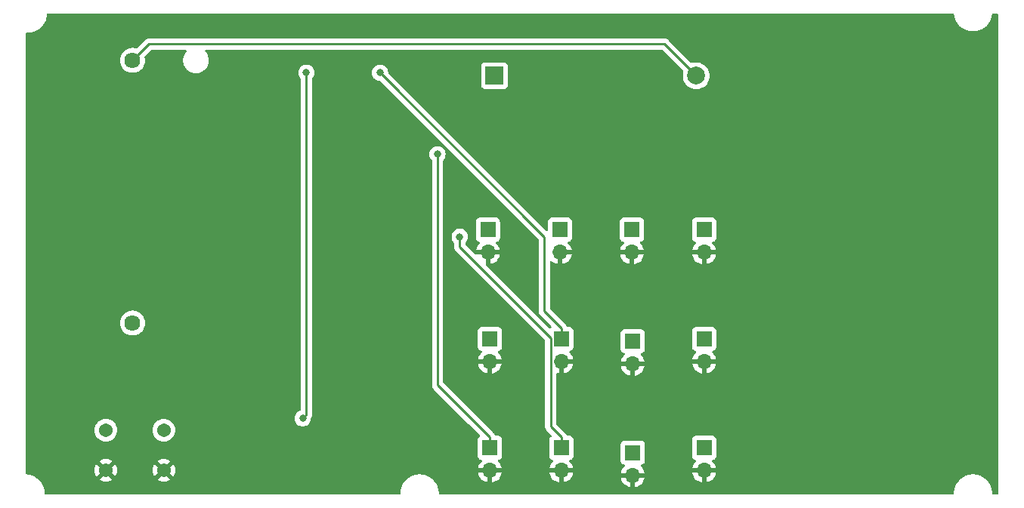
<source format=gbr>
%TF.GenerationSoftware,KiCad,Pcbnew,7.0.7*%
%TF.CreationDate,2023-12-25T13:55:38-06:00*%
%TF.ProjectId,LED Tester,4c454420-5465-4737-9465-722e6b696361,rev?*%
%TF.SameCoordinates,Original*%
%TF.FileFunction,Copper,L2,Bot*%
%TF.FilePolarity,Positive*%
%FSLAX46Y46*%
G04 Gerber Fmt 4.6, Leading zero omitted, Abs format (unit mm)*
G04 Created by KiCad (PCBNEW 7.0.7) date 2023-12-25 13:55:38*
%MOMM*%
%LPD*%
G01*
G04 APERTURE LIST*
%TA.AperFunction,ComponentPad*%
%ADD10R,1.700000X1.700000*%
%TD*%
%TA.AperFunction,ComponentPad*%
%ADD11O,1.700000X1.700000*%
%TD*%
%TA.AperFunction,ComponentPad*%
%ADD12R,2.006600X2.006600*%
%TD*%
%TA.AperFunction,ComponentPad*%
%ADD13C,2.006600*%
%TD*%
%TA.AperFunction,ComponentPad*%
%ADD14C,1.540000*%
%TD*%
%TA.AperFunction,ComponentPad*%
%ADD15C,1.785000*%
%TD*%
%TA.AperFunction,ViaPad*%
%ADD16C,0.800000*%
%TD*%
%TA.AperFunction,Conductor*%
%ADD17C,0.250000*%
%TD*%
G04 APERTURE END LIST*
D10*
%TO.P,J4,1,Pin_1*%
%TO.N,Net-(J4-Pin_1)*%
X153030000Y-85270000D03*
D11*
%TO.P,J4,2,Pin_2*%
%TO.N,GND*%
X153030000Y-87810000D03*
%TD*%
D10*
%TO.P,J10,1,Pin_1*%
%TO.N,Net-(J10-Pin_1)*%
X137030000Y-109730000D03*
D11*
%TO.P,J10,2,Pin_2*%
%TO.N,GND*%
X137030000Y-112270000D03*
%TD*%
D10*
%TO.P,J2,1,Pin_1*%
%TO.N,Net-(J2-Pin_1)*%
X136880000Y-85270000D03*
D11*
%TO.P,J2,2,Pin_2*%
%TO.N,GND*%
X136880000Y-87810000D03*
%TD*%
D10*
%TO.P,J9,1,Pin_1*%
%TO.N,Net-(J9-Pin_1)*%
X129030000Y-109730000D03*
D11*
%TO.P,J9,2,Pin_2*%
%TO.N,GND*%
X129030000Y-112270000D03*
%TD*%
D10*
%TO.P,J5,1,Pin_1*%
%TO.N,Net-(J5-Pin_1)*%
X129030000Y-97500000D03*
D11*
%TO.P,J5,2,Pin_2*%
%TO.N,GND*%
X129030000Y-100040000D03*
%TD*%
D10*
%TO.P,J6,1,Pin_1*%
%TO.N,Net-(J6-Pin_1)*%
X137030000Y-97500000D03*
D11*
%TO.P,J6,2,Pin_2*%
%TO.N,GND*%
X137030000Y-100040000D03*
%TD*%
D10*
%TO.P,J3,1,Pin_1*%
%TO.N,Net-(J3-Pin_1)*%
X144955000Y-85270000D03*
D11*
%TO.P,J3,2,Pin_2*%
%TO.N,GND*%
X144955000Y-87810000D03*
%TD*%
D12*
%TO.P,F1,1,1*%
%TO.N,VCC*%
X129550000Y-68000000D03*
D13*
%TO.P,F1,2,2*%
%TO.N,Net-(BT1-PadP)*%
X152150000Y-68000000D03*
%TD*%
D14*
%TO.P,S1,1,COM_1*%
%TO.N,GND*%
X92500000Y-112250000D03*
%TO.P,S1,2,COM_2*%
X86000000Y-112250000D03*
%TO.P,S1,3,NO_1*%
%TO.N,Net-(S1-NO_1)*%
X92500000Y-107750000D03*
%TO.P,S1,4,NO_2*%
X86000000Y-107750000D03*
%TD*%
D10*
%TO.P,J8,1,Pin_1*%
%TO.N,Net-(J8-Pin_1)*%
X153030000Y-97500000D03*
D11*
%TO.P,J8,2,Pin_2*%
%TO.N,GND*%
X153030000Y-100040000D03*
%TD*%
D10*
%TO.P,J1,1,Pin_1*%
%TO.N,Net-(J1-Pin_1)*%
X128805000Y-85270000D03*
D11*
%TO.P,J1,2,Pin_2*%
%TO.N,GND*%
X128805000Y-87810000D03*
%TD*%
D10*
%TO.P,J12,1,Pin_1*%
%TO.N,Net-(J12-Pin_1)*%
X153030000Y-109730000D03*
D11*
%TO.P,J12,2,Pin_2*%
%TO.N,GND*%
X153030000Y-112270000D03*
%TD*%
D10*
%TO.P,J7,1,Pin_1*%
%TO.N,Net-(J7-Pin_1)*%
X145030000Y-97770000D03*
D11*
%TO.P,J7,2,Pin_2*%
%TO.N,GND*%
X145030000Y-100310000D03*
%TD*%
D10*
%TO.P,J11,1,Pin_1*%
%TO.N,Net-(J11-Pin_1)*%
X145030000Y-110270000D03*
D11*
%TO.P,J11,2,Pin_2*%
%TO.N,GND*%
X145030000Y-112810000D03*
%TD*%
D15*
%TO.P,BT1,N*%
%TO.N,Net-(S1-NO_1)*%
X89000000Y-95730000D03*
%TO.P,BT1,P*%
%TO.N,Net-(BT1-PadP)*%
X89000000Y-66270000D03*
%TD*%
D16*
%TO.N,Net-(J6-Pin_1)*%
X116718600Y-67659200D03*
%TO.N,Net-(J9-Pin_1)*%
X123161000Y-76797900D03*
%TO.N,Net-(J10-Pin_1)*%
X125639400Y-86055100D03*
%TO.N,Net-(R8-Pad2)*%
X108470800Y-67659200D03*
X108054000Y-106432800D03*
%TD*%
D17*
%TO.N,Net-(BT1-PadP)*%
X90819700Y-64450300D02*
X148600300Y-64450300D01*
X148600300Y-64450300D02*
X152150000Y-68000000D01*
X89000000Y-66270000D02*
X90819700Y-64450300D01*
%TO.N,Net-(J6-Pin_1)*%
X135129800Y-94422900D02*
X137030000Y-96323100D01*
X137030000Y-97500000D02*
X137030000Y-96323100D01*
X135129800Y-86070400D02*
X135129800Y-94422900D01*
X116718600Y-67659200D02*
X135129800Y-86070400D01*
%TO.N,Net-(J9-Pin_1)*%
X129030000Y-108553100D02*
X123161000Y-102684100D01*
X129030000Y-109730000D02*
X129030000Y-108553100D01*
X123161000Y-102684100D02*
X123161000Y-76797900D01*
%TO.N,Net-(J10-Pin_1)*%
X125639400Y-87184000D02*
X135853100Y-97397700D01*
X125639400Y-86055100D02*
X125639400Y-87184000D01*
X135853100Y-97397700D02*
X135853100Y-107376200D01*
X135853100Y-107376200D02*
X137030000Y-108553100D01*
X137030000Y-109730000D02*
X137030000Y-108553100D01*
%TO.N,Net-(R8-Pad2)*%
X108470800Y-106016000D02*
X108054000Y-106432800D01*
X108470800Y-67659200D02*
X108470800Y-106016000D01*
%TD*%
%TA.AperFunction,Conductor*%
%TO.N,GND*%
G36*
X180955966Y-61019685D02*
G01*
X181001721Y-61072489D01*
X181012638Y-61115536D01*
X181014552Y-61143512D01*
X181038061Y-61256643D01*
X181038781Y-61260817D01*
X181042508Y-61287941D01*
X181049894Y-61314300D01*
X181050896Y-61318414D01*
X181074407Y-61431550D01*
X181074409Y-61431558D01*
X181113108Y-61540447D01*
X181114387Y-61544479D01*
X181116077Y-61550508D01*
X181121775Y-61570844D01*
X181132678Y-61595944D01*
X181134232Y-61599885D01*
X181172926Y-61708760D01*
X181226093Y-61811369D01*
X181227912Y-61815192D01*
X181230388Y-61820893D01*
X181238816Y-61840297D01*
X181253040Y-61863687D01*
X181255115Y-61867379D01*
X181308276Y-61969973D01*
X181308278Y-61969976D01*
X181374920Y-62064386D01*
X181377236Y-62067918D01*
X181391467Y-62091319D01*
X181408747Y-62112559D01*
X181411306Y-62115934D01*
X181477935Y-62210326D01*
X181506873Y-62241311D01*
X181556813Y-62294784D01*
X181559595Y-62297975D01*
X181568835Y-62309331D01*
X181576867Y-62319204D01*
X181576870Y-62319207D01*
X181576876Y-62319214D01*
X181596874Y-62337890D01*
X181599869Y-62340885D01*
X181678743Y-62425338D01*
X181768383Y-62498266D01*
X181771575Y-62501049D01*
X181791580Y-62519732D01*
X181813951Y-62535523D01*
X181817304Y-62538065D01*
X181906951Y-62610999D01*
X182005710Y-62671056D01*
X182009218Y-62673357D01*
X182031589Y-62689148D01*
X182055891Y-62701740D01*
X182059571Y-62703810D01*
X182145521Y-62756077D01*
X182158318Y-62763859D01*
X182264357Y-62809918D01*
X182268110Y-62811703D01*
X182292437Y-62824308D01*
X182318244Y-62833480D01*
X182322116Y-62835006D01*
X182428157Y-62881066D01*
X182428159Y-62881067D01*
X182539445Y-62912248D01*
X182543452Y-62913519D01*
X182569259Y-62922691D01*
X182569262Y-62922691D01*
X182569266Y-62922693D01*
X182596067Y-62928262D01*
X182600159Y-62929259D01*
X182671283Y-62949187D01*
X182711429Y-62960436D01*
X182711437Y-62960437D01*
X182711445Y-62960440D01*
X182825974Y-62976181D01*
X182830085Y-62976890D01*
X182856900Y-62982463D01*
X182884242Y-62984333D01*
X182888376Y-62984758D01*
X183002902Y-63000500D01*
X183118446Y-63000500D01*
X183122678Y-63000645D01*
X183149999Y-63002513D01*
X183177319Y-63000645D01*
X183181552Y-63000500D01*
X183297098Y-63000500D01*
X183411623Y-62984758D01*
X183415757Y-62984333D01*
X183443100Y-62982463D01*
X183469915Y-62976890D01*
X183474006Y-62976184D01*
X183588555Y-62960440D01*
X183699827Y-62929263D01*
X183703933Y-62928262D01*
X183730737Y-62922692D01*
X183730738Y-62922691D01*
X183730741Y-62922691D01*
X183756540Y-62913521D01*
X183760559Y-62912247D01*
X183801072Y-62900895D01*
X183871841Y-62881067D01*
X183977883Y-62835006D01*
X183981750Y-62833481D01*
X184007563Y-62824308D01*
X184031870Y-62811712D01*
X184035637Y-62809920D01*
X184141682Y-62763859D01*
X184240454Y-62703793D01*
X184244082Y-62701753D01*
X184268411Y-62689148D01*
X184290795Y-62673347D01*
X184294267Y-62671069D01*
X184393049Y-62610999D01*
X184482726Y-62538040D01*
X184486048Y-62535523D01*
X184492142Y-62531221D01*
X184508424Y-62519728D01*
X184528453Y-62501022D01*
X184531585Y-62498290D01*
X184621260Y-62425335D01*
X184700173Y-62340839D01*
X184703107Y-62337906D01*
X184723133Y-62319204D01*
X184740428Y-62297945D01*
X184743160Y-62294811D01*
X184822065Y-62210326D01*
X184888719Y-62115897D01*
X184891251Y-62112559D01*
X184908534Y-62091315D01*
X184908534Y-62091313D01*
X184908537Y-62091311D01*
X184922768Y-62067908D01*
X184925061Y-62064413D01*
X184991722Y-61969976D01*
X185044900Y-61867347D01*
X185046943Y-61863712D01*
X185061184Y-61840296D01*
X185072104Y-61815155D01*
X185073889Y-61811400D01*
X185127072Y-61708764D01*
X185165787Y-61599829D01*
X185167323Y-61595937D01*
X185178228Y-61570833D01*
X185180219Y-61563725D01*
X185185617Y-61544458D01*
X185186886Y-61540460D01*
X185225592Y-61431554D01*
X185249111Y-61318370D01*
X185250096Y-61314331D01*
X185257490Y-61287942D01*
X185261220Y-61260798D01*
X185261926Y-61256701D01*
X185285448Y-61143511D01*
X185287362Y-61115536D01*
X185311574Y-61050000D01*
X185367376Y-61007954D01*
X185411072Y-61000000D01*
X185876000Y-61000000D01*
X185943039Y-61019685D01*
X185988794Y-61072489D01*
X186000000Y-61124000D01*
X186000000Y-114876000D01*
X185980315Y-114943039D01*
X185927511Y-114988794D01*
X185876000Y-115000000D01*
X185428036Y-115000000D01*
X185360997Y-114980315D01*
X185315242Y-114927511D01*
X185304325Y-114867536D01*
X185305525Y-114850000D01*
X185298271Y-114743953D01*
X185298137Y-114740837D01*
X185297494Y-114703107D01*
X185297494Y-114703102D01*
X185293767Y-114675994D01*
X185293763Y-114675966D01*
X185293335Y-114671798D01*
X185285448Y-114556489D01*
X185261930Y-114443314D01*
X185261220Y-114439197D01*
X185257490Y-114412057D01*
X185250102Y-114385688D01*
X185249102Y-114381584D01*
X185225592Y-114268446D01*
X185186890Y-114159549D01*
X185185612Y-114155523D01*
X185185612Y-114155522D01*
X185178228Y-114129168D01*
X185167322Y-114104059D01*
X185167318Y-114104049D01*
X185165773Y-114100132D01*
X185127072Y-113991236D01*
X185073905Y-113888630D01*
X185072087Y-113884805D01*
X185061185Y-113859706D01*
X185046960Y-113836313D01*
X185044884Y-113832622D01*
X184991722Y-113730024D01*
X184925076Y-113635608D01*
X184922762Y-113632080D01*
X184908530Y-113608677D01*
X184891258Y-113587448D01*
X184888699Y-113584073D01*
X184860009Y-113543429D01*
X184822065Y-113489674D01*
X184783116Y-113447970D01*
X184743180Y-113405208D01*
X184740397Y-113402016D01*
X184723126Y-113380787D01*
X184703124Y-113362107D01*
X184700129Y-113359112D01*
X184621256Y-113274661D01*
X184531622Y-113201738D01*
X184528431Y-113198956D01*
X184508419Y-113180267D01*
X184486052Y-113164479D01*
X184482678Y-113161920D01*
X184393048Y-113089000D01*
X184294312Y-113028957D01*
X184290772Y-113026635D01*
X184268407Y-113010849D01*
X184244113Y-112998261D01*
X184240421Y-112996185D01*
X184141680Y-112936139D01*
X184141676Y-112936137D01*
X184060933Y-112901067D01*
X184035659Y-112890089D01*
X184031873Y-112888288D01*
X184007563Y-112875692D01*
X184007562Y-112875691D01*
X184007557Y-112875689D01*
X183981773Y-112866525D01*
X183977842Y-112864975D01*
X183929177Y-112843837D01*
X183871842Y-112818933D01*
X183871837Y-112818931D01*
X183760548Y-112787748D01*
X183756515Y-112786468D01*
X183730722Y-112777302D01*
X183703936Y-112771737D01*
X183699822Y-112770734D01*
X183588558Y-112739560D01*
X183588560Y-112739560D01*
X183474061Y-112723822D01*
X183469891Y-112723103D01*
X183443100Y-112717536D01*
X183419254Y-112715905D01*
X183415746Y-112715663D01*
X183411571Y-112715233D01*
X183297100Y-112699500D01*
X183297098Y-112699500D01*
X183181534Y-112699500D01*
X183177301Y-112699355D01*
X183150000Y-112697487D01*
X183122699Y-112699355D01*
X183118466Y-112699500D01*
X183002900Y-112699500D01*
X182888407Y-112715236D01*
X182884185Y-112715670D01*
X182881112Y-112715879D01*
X182856905Y-112717535D01*
X182830111Y-112723103D01*
X182825941Y-112723822D01*
X182711440Y-112739560D01*
X182600180Y-112770733D01*
X182596067Y-112771736D01*
X182569272Y-112777303D01*
X182543461Y-112786476D01*
X182539428Y-112787756D01*
X182428161Y-112818931D01*
X182428157Y-112818932D01*
X182322165Y-112864972D01*
X182318226Y-112866525D01*
X182292437Y-112875690D01*
X182268144Y-112888278D01*
X182264320Y-112890096D01*
X182158317Y-112936141D01*
X182059582Y-112996183D01*
X182055890Y-112998259D01*
X182031594Y-113010846D01*
X182009236Y-113026629D01*
X182005696Y-113028950D01*
X181906954Y-113088998D01*
X181817322Y-113161918D01*
X181813947Y-113164477D01*
X181791587Y-113180259D01*
X181771562Y-113198961D01*
X181768374Y-113201740D01*
X181697559Y-113259353D01*
X181678740Y-113274665D01*
X181678737Y-113274667D01*
X181678737Y-113274668D01*
X181599877Y-113359105D01*
X181596883Y-113362099D01*
X181576875Y-113380784D01*
X181559590Y-113402029D01*
X181556810Y-113405218D01*
X181477941Y-113489667D01*
X181477931Y-113489679D01*
X181411300Y-113584073D01*
X181408741Y-113587448D01*
X181391461Y-113608686D01*
X181377240Y-113632073D01*
X181374918Y-113635612D01*
X181308274Y-113730029D01*
X181308272Y-113730033D01*
X181255120Y-113832611D01*
X181253051Y-113836292D01*
X181249656Y-113841877D01*
X181238820Y-113859694D01*
X181227907Y-113884817D01*
X181226089Y-113888640D01*
X181172927Y-113991237D01*
X181134230Y-114100119D01*
X181132676Y-114104059D01*
X181121775Y-114129154D01*
X181114385Y-114155522D01*
X181113106Y-114159552D01*
X181074411Y-114268436D01*
X181074407Y-114268450D01*
X181050896Y-114381584D01*
X181049894Y-114385698D01*
X181042506Y-114412064D01*
X181038778Y-114439195D01*
X181038058Y-114443369D01*
X181014551Y-114556494D01*
X181006664Y-114671783D01*
X181006232Y-114675994D01*
X181002506Y-114703103D01*
X181002506Y-114730472D01*
X181002361Y-114734705D01*
X180994475Y-114849998D01*
X180995675Y-114867536D01*
X180980612Y-114935763D01*
X180931054Y-114985015D01*
X180871964Y-115000000D01*
X123428036Y-115000000D01*
X123360997Y-114980315D01*
X123315242Y-114927511D01*
X123304325Y-114867536D01*
X123305525Y-114850000D01*
X123298271Y-114743953D01*
X123298137Y-114740837D01*
X123297494Y-114703107D01*
X123297494Y-114703102D01*
X123293767Y-114675994D01*
X123293763Y-114675966D01*
X123293335Y-114671798D01*
X123285448Y-114556489D01*
X123261930Y-114443314D01*
X123261220Y-114439197D01*
X123257490Y-114412057D01*
X123250102Y-114385688D01*
X123249102Y-114381584D01*
X123225592Y-114268446D01*
X123186890Y-114159549D01*
X123185612Y-114155523D01*
X123185612Y-114155522D01*
X123178228Y-114129168D01*
X123167322Y-114104059D01*
X123167318Y-114104049D01*
X123165773Y-114100132D01*
X123127072Y-113991236D01*
X123073905Y-113888630D01*
X123072087Y-113884805D01*
X123061185Y-113859706D01*
X123046960Y-113836313D01*
X123044884Y-113832622D01*
X122991722Y-113730024D01*
X122925076Y-113635608D01*
X122922762Y-113632080D01*
X122908530Y-113608677D01*
X122891258Y-113587448D01*
X122888699Y-113584073D01*
X122860009Y-113543429D01*
X122822065Y-113489674D01*
X122783116Y-113447970D01*
X122743180Y-113405208D01*
X122740397Y-113402016D01*
X122723126Y-113380787D01*
X122703124Y-113362107D01*
X122700129Y-113359112D01*
X122621256Y-113274661D01*
X122531622Y-113201738D01*
X122528431Y-113198956D01*
X122508419Y-113180267D01*
X122486052Y-113164479D01*
X122482678Y-113161920D01*
X122393048Y-113089000D01*
X122294312Y-113028957D01*
X122290772Y-113026635D01*
X122268407Y-113010849D01*
X122244113Y-112998261D01*
X122240421Y-112996185D01*
X122141680Y-112936139D01*
X122141676Y-112936137D01*
X122060933Y-112901067D01*
X122035659Y-112890089D01*
X122031873Y-112888288D01*
X122007563Y-112875692D01*
X122007562Y-112875691D01*
X122007557Y-112875689D01*
X121981773Y-112866525D01*
X121977842Y-112864975D01*
X121929177Y-112843837D01*
X121871842Y-112818933D01*
X121871837Y-112818931D01*
X121760548Y-112787748D01*
X121756515Y-112786468D01*
X121730722Y-112777302D01*
X121703936Y-112771737D01*
X121699822Y-112770734D01*
X121588558Y-112739560D01*
X121588560Y-112739560D01*
X121474061Y-112723822D01*
X121469891Y-112723103D01*
X121443100Y-112717536D01*
X121419254Y-112715905D01*
X121415746Y-112715663D01*
X121411571Y-112715233D01*
X121297100Y-112699500D01*
X121297098Y-112699500D01*
X121181534Y-112699500D01*
X121177301Y-112699355D01*
X121150000Y-112697487D01*
X121122699Y-112699355D01*
X121118466Y-112699500D01*
X121002900Y-112699500D01*
X120888407Y-112715236D01*
X120884185Y-112715670D01*
X120881112Y-112715879D01*
X120856905Y-112717535D01*
X120830111Y-112723103D01*
X120825941Y-112723822D01*
X120711440Y-112739560D01*
X120600180Y-112770733D01*
X120596067Y-112771736D01*
X120569272Y-112777303D01*
X120543461Y-112786476D01*
X120539428Y-112787756D01*
X120428161Y-112818931D01*
X120428157Y-112818932D01*
X120322165Y-112864972D01*
X120318226Y-112866525D01*
X120292437Y-112875690D01*
X120268144Y-112888278D01*
X120264320Y-112890096D01*
X120158317Y-112936141D01*
X120059582Y-112996183D01*
X120055890Y-112998259D01*
X120031594Y-113010846D01*
X120009236Y-113026629D01*
X120005696Y-113028950D01*
X119906954Y-113088998D01*
X119817322Y-113161918D01*
X119813947Y-113164477D01*
X119791587Y-113180259D01*
X119771562Y-113198961D01*
X119768374Y-113201740D01*
X119697559Y-113259353D01*
X119678740Y-113274665D01*
X119678737Y-113274667D01*
X119678737Y-113274668D01*
X119599877Y-113359105D01*
X119596883Y-113362099D01*
X119576875Y-113380784D01*
X119559590Y-113402029D01*
X119556810Y-113405218D01*
X119477941Y-113489667D01*
X119477931Y-113489679D01*
X119411300Y-113584073D01*
X119408741Y-113587448D01*
X119391461Y-113608686D01*
X119377240Y-113632073D01*
X119374918Y-113635612D01*
X119308274Y-113730029D01*
X119308272Y-113730033D01*
X119255120Y-113832611D01*
X119253051Y-113836292D01*
X119249656Y-113841877D01*
X119238820Y-113859694D01*
X119227907Y-113884817D01*
X119226089Y-113888640D01*
X119172927Y-113991237D01*
X119134230Y-114100119D01*
X119132676Y-114104059D01*
X119121775Y-114129154D01*
X119114385Y-114155522D01*
X119113106Y-114159552D01*
X119074411Y-114268436D01*
X119074407Y-114268450D01*
X119050896Y-114381584D01*
X119049894Y-114385698D01*
X119042506Y-114412064D01*
X119038778Y-114439195D01*
X119038058Y-114443369D01*
X119014551Y-114556494D01*
X119006664Y-114671784D01*
X119006232Y-114675994D01*
X119002505Y-114703107D01*
X119002505Y-114730474D01*
X119002360Y-114734704D01*
X118994475Y-114849998D01*
X118995675Y-114867536D01*
X118980612Y-114935763D01*
X118931054Y-114985015D01*
X118871964Y-115000000D01*
X79278036Y-115000000D01*
X79210997Y-114980315D01*
X79165242Y-114927511D01*
X79154325Y-114867536D01*
X79155525Y-114850000D01*
X79148271Y-114743953D01*
X79148137Y-114740837D01*
X79147494Y-114703107D01*
X79147494Y-114703102D01*
X79143767Y-114675994D01*
X79143763Y-114675966D01*
X79143335Y-114671798D01*
X79135448Y-114556489D01*
X79111930Y-114443314D01*
X79111220Y-114439197D01*
X79107490Y-114412057D01*
X79100102Y-114385688D01*
X79099102Y-114381584D01*
X79075592Y-114268446D01*
X79036890Y-114159549D01*
X79035612Y-114155523D01*
X79035612Y-114155522D01*
X79028228Y-114129168D01*
X79017322Y-114104059D01*
X79017318Y-114104049D01*
X79015773Y-114100132D01*
X78977072Y-113991236D01*
X78923905Y-113888630D01*
X78922087Y-113884805D01*
X78911185Y-113859706D01*
X78896960Y-113836313D01*
X78894884Y-113832622D01*
X78841722Y-113730024D01*
X78775076Y-113635608D01*
X78772762Y-113632080D01*
X78758530Y-113608677D01*
X78741258Y-113587448D01*
X78738699Y-113584073D01*
X78710009Y-113543429D01*
X78672065Y-113489674D01*
X78633116Y-113447970D01*
X78593180Y-113405208D01*
X78590397Y-113402016D01*
X78573126Y-113380787D01*
X78553124Y-113362107D01*
X78550129Y-113359112D01*
X78471256Y-113274661D01*
X78381622Y-113201738D01*
X78378431Y-113198956D01*
X78358419Y-113180267D01*
X78336052Y-113164479D01*
X78332678Y-113161920D01*
X78243048Y-113089000D01*
X78144312Y-113028957D01*
X78140772Y-113026635D01*
X78118407Y-113010849D01*
X78094113Y-112998261D01*
X78090421Y-112996185D01*
X77991680Y-112936139D01*
X77991676Y-112936137D01*
X77910933Y-112901067D01*
X77885659Y-112890089D01*
X77881873Y-112888288D01*
X77857563Y-112875692D01*
X77857562Y-112875691D01*
X77857557Y-112875689D01*
X77831773Y-112866525D01*
X77827842Y-112864975D01*
X77779177Y-112843837D01*
X77721842Y-112818933D01*
X77721837Y-112818931D01*
X77610548Y-112787748D01*
X77606515Y-112786468D01*
X77580722Y-112777302D01*
X77553936Y-112771737D01*
X77549822Y-112770734D01*
X77438558Y-112739560D01*
X77438560Y-112739560D01*
X77324061Y-112723822D01*
X77319891Y-112723103D01*
X77293100Y-112717536D01*
X77269254Y-112715905D01*
X77265746Y-112715663D01*
X77261571Y-112715233D01*
X77147100Y-112699500D01*
X77147098Y-112699500D01*
X77124000Y-112699500D01*
X77056961Y-112679815D01*
X77011206Y-112627011D01*
X77000000Y-112575500D01*
X77000000Y-112250000D01*
X84725149Y-112250000D01*
X84744516Y-112471371D01*
X84744518Y-112471381D01*
X84802029Y-112686017D01*
X84802033Y-112686026D01*
X84895946Y-112887424D01*
X84895947Y-112887426D01*
X84942514Y-112953930D01*
X84942514Y-112953931D01*
X85394668Y-112501777D01*
X85455991Y-112468292D01*
X85525682Y-112473276D01*
X85581616Y-112515147D01*
X85586664Y-112522418D01*
X85620779Y-112575500D01*
X85622057Y-112577489D01*
X85729631Y-112670702D01*
X85736334Y-112676510D01*
X85734227Y-112678941D01*
X85769646Y-112719810D01*
X85779597Y-112788967D01*
X85750578Y-112852526D01*
X85744538Y-112859013D01*
X85296067Y-113307484D01*
X85362574Y-113354052D01*
X85563973Y-113447966D01*
X85563982Y-113447970D01*
X85778618Y-113505481D01*
X85778628Y-113505483D01*
X85999999Y-113524851D01*
X86000001Y-113524851D01*
X86221371Y-113505483D01*
X86221381Y-113505481D01*
X86436017Y-113447970D01*
X86436026Y-113447966D01*
X86637425Y-113354053D01*
X86637429Y-113354051D01*
X86703931Y-113307485D01*
X86703931Y-113307484D01*
X86255460Y-112859013D01*
X86221975Y-112797690D01*
X86226959Y-112727998D01*
X86264651Y-112677647D01*
X86263666Y-112676510D01*
X86270369Y-112670702D01*
X86377943Y-112577489D01*
X86413334Y-112522418D01*
X86466136Y-112476664D01*
X86535294Y-112466720D01*
X86598850Y-112495744D01*
X86605330Y-112501777D01*
X87057484Y-112953931D01*
X87057485Y-112953931D01*
X87104051Y-112887429D01*
X87104053Y-112887425D01*
X87197966Y-112686026D01*
X87197970Y-112686017D01*
X87255481Y-112471381D01*
X87255483Y-112471371D01*
X87274851Y-112250000D01*
X91225149Y-112250000D01*
X91244516Y-112471371D01*
X91244518Y-112471381D01*
X91302029Y-112686017D01*
X91302033Y-112686026D01*
X91395946Y-112887424D01*
X91395947Y-112887426D01*
X91442514Y-112953930D01*
X91442514Y-112953931D01*
X91894668Y-112501777D01*
X91955991Y-112468292D01*
X92025682Y-112473276D01*
X92081616Y-112515147D01*
X92086664Y-112522418D01*
X92120779Y-112575500D01*
X92122057Y-112577489D01*
X92229631Y-112670702D01*
X92236334Y-112676510D01*
X92234227Y-112678941D01*
X92269646Y-112719810D01*
X92279597Y-112788967D01*
X92250578Y-112852526D01*
X92244538Y-112859013D01*
X91796067Y-113307484D01*
X91862574Y-113354052D01*
X92063973Y-113447966D01*
X92063982Y-113447970D01*
X92278618Y-113505481D01*
X92278628Y-113505483D01*
X92499999Y-113524851D01*
X92500001Y-113524851D01*
X92721371Y-113505483D01*
X92721381Y-113505481D01*
X92936017Y-113447970D01*
X92936026Y-113447966D01*
X93137425Y-113354053D01*
X93137429Y-113354051D01*
X93203931Y-113307485D01*
X93203931Y-113307484D01*
X93072509Y-113176062D01*
X119796084Y-113176062D01*
X119796211Y-113175944D01*
X119796218Y-113175936D01*
X119796086Y-113176058D01*
X119796084Y-113176062D01*
X93072509Y-113176062D01*
X92755460Y-112859013D01*
X92721975Y-112797690D01*
X92726959Y-112727998D01*
X92764651Y-112677647D01*
X92763666Y-112676510D01*
X92770369Y-112670702D01*
X92877943Y-112577489D01*
X92913334Y-112522418D01*
X92966136Y-112476664D01*
X93035294Y-112466720D01*
X93098850Y-112495744D01*
X93105330Y-112501777D01*
X93557484Y-112953931D01*
X93557485Y-112953931D01*
X93604051Y-112887429D01*
X93604053Y-112887425D01*
X93697966Y-112686026D01*
X93697970Y-112686017D01*
X93755481Y-112471381D01*
X93755483Y-112471371D01*
X93774851Y-112250000D01*
X93774851Y-112249999D01*
X93755483Y-112028628D01*
X93755481Y-112028618D01*
X93697970Y-111813982D01*
X93697967Y-111813973D01*
X93604053Y-111612576D01*
X93604052Y-111612574D01*
X93557484Y-111546068D01*
X93557483Y-111546067D01*
X93105330Y-111998221D01*
X93044007Y-112031706D01*
X92974315Y-112026722D01*
X92918382Y-111984850D01*
X92913334Y-111977580D01*
X92877944Y-111922513D01*
X92877943Y-111922511D01*
X92770369Y-111829298D01*
X92770368Y-111829297D01*
X92763666Y-111823490D01*
X92765769Y-111821062D01*
X92730336Y-111780155D01*
X92720407Y-111710995D01*
X92749444Y-111647445D01*
X92755460Y-111640985D01*
X93203931Y-111192514D01*
X93137426Y-111145947D01*
X93137424Y-111145946D01*
X92936026Y-111052033D01*
X92936017Y-111052029D01*
X92721381Y-110994518D01*
X92721371Y-110994516D01*
X92500001Y-110975149D01*
X92499999Y-110975149D01*
X92278628Y-110994516D01*
X92278618Y-110994518D01*
X92063982Y-111052029D01*
X92063973Y-111052032D01*
X91862575Y-111145947D01*
X91796067Y-111192514D01*
X92244539Y-111640986D01*
X92278024Y-111702309D01*
X92273040Y-111772001D01*
X92235347Y-111822351D01*
X92236334Y-111823490D01*
X92229631Y-111829297D01*
X92229631Y-111829298D01*
X92211455Y-111845048D01*
X92122055Y-111922513D01*
X92086665Y-111977581D01*
X92033861Y-112023336D01*
X91964702Y-112033279D01*
X91901147Y-112004254D01*
X91894669Y-111998222D01*
X91442514Y-111546068D01*
X91395947Y-111612575D01*
X91302032Y-111813973D01*
X91302029Y-111813982D01*
X91244518Y-112028618D01*
X91244516Y-112028628D01*
X91225149Y-112249999D01*
X91225149Y-112250000D01*
X87274851Y-112250000D01*
X87274851Y-112249999D01*
X87255483Y-112028628D01*
X87255481Y-112028618D01*
X87197970Y-111813982D01*
X87197967Y-111813973D01*
X87104053Y-111612576D01*
X87104052Y-111612574D01*
X87057484Y-111546068D01*
X87057483Y-111546067D01*
X86605330Y-111998221D01*
X86544007Y-112031706D01*
X86474315Y-112026722D01*
X86418382Y-111984850D01*
X86413334Y-111977580D01*
X86377944Y-111922513D01*
X86377943Y-111922511D01*
X86270369Y-111829298D01*
X86270368Y-111829297D01*
X86263666Y-111823490D01*
X86265769Y-111821062D01*
X86230336Y-111780155D01*
X86220407Y-111710995D01*
X86249444Y-111647445D01*
X86255460Y-111640985D01*
X86703931Y-111192514D01*
X86637426Y-111145947D01*
X86637424Y-111145946D01*
X86436026Y-111052033D01*
X86436017Y-111052029D01*
X86221381Y-110994518D01*
X86221371Y-110994516D01*
X86000001Y-110975149D01*
X85999999Y-110975149D01*
X85778628Y-110994516D01*
X85778618Y-110994518D01*
X85563982Y-111052029D01*
X85563973Y-111052032D01*
X85362575Y-111145947D01*
X85296067Y-111192514D01*
X85744539Y-111640986D01*
X85778024Y-111702309D01*
X85773040Y-111772001D01*
X85735347Y-111822351D01*
X85736334Y-111823490D01*
X85729631Y-111829297D01*
X85729631Y-111829298D01*
X85711455Y-111845048D01*
X85622055Y-111922513D01*
X85586665Y-111977581D01*
X85533861Y-112023336D01*
X85464702Y-112033279D01*
X85401147Y-112004254D01*
X85394669Y-111998222D01*
X84942514Y-111546068D01*
X84895947Y-111612575D01*
X84802032Y-111813973D01*
X84802029Y-111813982D01*
X84744518Y-112028618D01*
X84744516Y-112028628D01*
X84725149Y-112249999D01*
X84725149Y-112250000D01*
X77000000Y-112250000D01*
X77000000Y-107750002D01*
X84724647Y-107750002D01*
X84744021Y-107971457D01*
X84744022Y-107971465D01*
X84801558Y-108186191D01*
X84801559Y-108186193D01*
X84801560Y-108186196D01*
X84839703Y-108267993D01*
X84895511Y-108387676D01*
X84921014Y-108424097D01*
X85023023Y-108569781D01*
X85180219Y-108726977D01*
X85362323Y-108854488D01*
X85563804Y-108948440D01*
X85778537Y-109005978D01*
X85936724Y-109019817D01*
X85999998Y-109025353D01*
X86000000Y-109025353D01*
X86000002Y-109025353D01*
X86055365Y-109020509D01*
X86221463Y-109005978D01*
X86436196Y-108948440D01*
X86637677Y-108854488D01*
X86819781Y-108726977D01*
X86976977Y-108569781D01*
X87104488Y-108387677D01*
X87198440Y-108186196D01*
X87255978Y-107971463D01*
X87275353Y-107750002D01*
X91224647Y-107750002D01*
X91244021Y-107971457D01*
X91244022Y-107971465D01*
X91301558Y-108186191D01*
X91301559Y-108186193D01*
X91301560Y-108186196D01*
X91339703Y-108267993D01*
X91395511Y-108387676D01*
X91421014Y-108424097D01*
X91523023Y-108569781D01*
X91680219Y-108726977D01*
X91862323Y-108854488D01*
X92063804Y-108948440D01*
X92278537Y-109005978D01*
X92436724Y-109019817D01*
X92499998Y-109025353D01*
X92500000Y-109025353D01*
X92500002Y-109025353D01*
X92555365Y-109020509D01*
X92721463Y-109005978D01*
X92936196Y-108948440D01*
X93137677Y-108854488D01*
X93319781Y-108726977D01*
X93476977Y-108569781D01*
X93604488Y-108387677D01*
X93698440Y-108186196D01*
X93755978Y-107971463D01*
X93775353Y-107750000D01*
X93772520Y-107717623D01*
X93760158Y-107576319D01*
X93755978Y-107528537D01*
X93698440Y-107313804D01*
X93604488Y-107112324D01*
X93604486Y-107112321D01*
X93604485Y-107112319D01*
X93476978Y-106930220D01*
X93476975Y-106930217D01*
X93319781Y-106773023D01*
X93137677Y-106645512D01*
X93137678Y-106645512D01*
X93137676Y-106645511D01*
X93036936Y-106598536D01*
X92936196Y-106551560D01*
X92936193Y-106551559D01*
X92936191Y-106551558D01*
X92721465Y-106494022D01*
X92721457Y-106494021D01*
X92500002Y-106474647D01*
X92499998Y-106474647D01*
X92278542Y-106494021D01*
X92278535Y-106494022D01*
X92063800Y-106551561D01*
X91862323Y-106645512D01*
X91862319Y-106645514D01*
X91680217Y-106773023D01*
X91523023Y-106930217D01*
X91395514Y-107112319D01*
X91395512Y-107112323D01*
X91301561Y-107313800D01*
X91244022Y-107528535D01*
X91244021Y-107528542D01*
X91224647Y-107749997D01*
X91224647Y-107750002D01*
X87275353Y-107750002D01*
X87275353Y-107750000D01*
X87272520Y-107717623D01*
X87260158Y-107576319D01*
X87255978Y-107528537D01*
X87198440Y-107313804D01*
X87104488Y-107112324D01*
X87104486Y-107112321D01*
X87104485Y-107112319D01*
X86976978Y-106930220D01*
X86976975Y-106930217D01*
X86819781Y-106773023D01*
X86637677Y-106645512D01*
X86637678Y-106645512D01*
X86637676Y-106645511D01*
X86536936Y-106598536D01*
X86436196Y-106551560D01*
X86436193Y-106551559D01*
X86436191Y-106551558D01*
X86221465Y-106494022D01*
X86221457Y-106494021D01*
X86000002Y-106474647D01*
X85999998Y-106474647D01*
X85778542Y-106494021D01*
X85778535Y-106494022D01*
X85563800Y-106551561D01*
X85362323Y-106645512D01*
X85362319Y-106645514D01*
X85180217Y-106773023D01*
X85023023Y-106930217D01*
X84895514Y-107112319D01*
X84895512Y-107112323D01*
X84801561Y-107313800D01*
X84744022Y-107528535D01*
X84744021Y-107528542D01*
X84724647Y-107749997D01*
X84724647Y-107750002D01*
X77000000Y-107750002D01*
X77000000Y-106432800D01*
X107148540Y-106432800D01*
X107168326Y-106621056D01*
X107168327Y-106621059D01*
X107226818Y-106801077D01*
X107226821Y-106801084D01*
X107321467Y-106965016D01*
X107412166Y-107065747D01*
X107448129Y-107105688D01*
X107601265Y-107216948D01*
X107601270Y-107216951D01*
X107774192Y-107293942D01*
X107774197Y-107293944D01*
X107959354Y-107333300D01*
X107959355Y-107333300D01*
X108148644Y-107333300D01*
X108148646Y-107333300D01*
X108333803Y-107293944D01*
X108506730Y-107216951D01*
X108659871Y-107105688D01*
X108786533Y-106965016D01*
X108881179Y-106801084D01*
X108939674Y-106621056D01*
X108958046Y-106446245D01*
X108978113Y-106393977D01*
X108977102Y-106393422D01*
X108980862Y-106386582D01*
X108990513Y-106369024D01*
X109001196Y-106352761D01*
X109013473Y-106336936D01*
X109031985Y-106294153D01*
X109034538Y-106288941D01*
X109056997Y-106248092D01*
X109061980Y-106228680D01*
X109068281Y-106210280D01*
X109076237Y-106191896D01*
X109083529Y-106145852D01*
X109084706Y-106140171D01*
X109096300Y-106095019D01*
X109096300Y-106074982D01*
X109097827Y-106055582D01*
X109100960Y-106035804D01*
X109096575Y-105989415D01*
X109096300Y-105983577D01*
X109096300Y-76797900D01*
X122255540Y-76797900D01*
X122275326Y-76986156D01*
X122275327Y-76986159D01*
X122333818Y-77166177D01*
X122333821Y-77166184D01*
X122428467Y-77330116D01*
X122471772Y-77378210D01*
X122503650Y-77413615D01*
X122533880Y-77476606D01*
X122535500Y-77496587D01*
X122535500Y-102601355D01*
X122533775Y-102616972D01*
X122534061Y-102616999D01*
X122533326Y-102624765D01*
X122535500Y-102693914D01*
X122535500Y-102723443D01*
X122535501Y-102723460D01*
X122536368Y-102730331D01*
X122536826Y-102736150D01*
X122538290Y-102782724D01*
X122538291Y-102782727D01*
X122543880Y-102801967D01*
X122547824Y-102821011D01*
X122550336Y-102840891D01*
X122567490Y-102884219D01*
X122569382Y-102889747D01*
X122582381Y-102934488D01*
X122592580Y-102951734D01*
X122601138Y-102969203D01*
X122608514Y-102987832D01*
X122635898Y-103025523D01*
X122639106Y-103030407D01*
X122662827Y-103070516D01*
X122662833Y-103070524D01*
X122676990Y-103084680D01*
X122689628Y-103099476D01*
X122701405Y-103115686D01*
X122701406Y-103115687D01*
X122737309Y-103145388D01*
X122741620Y-103149310D01*
X126658056Y-107065747D01*
X127888432Y-108296123D01*
X127921917Y-108357446D01*
X127916933Y-108427138D01*
X127875063Y-108483070D01*
X127822452Y-108522455D01*
X127736206Y-108637664D01*
X127736202Y-108637671D01*
X127685908Y-108772517D01*
X127679501Y-108832116D01*
X127679501Y-108832123D01*
X127679500Y-108832135D01*
X127679500Y-110627870D01*
X127679501Y-110627876D01*
X127685908Y-110687483D01*
X127736202Y-110822328D01*
X127736206Y-110822335D01*
X127822452Y-110937544D01*
X127822455Y-110937547D01*
X127937664Y-111023793D01*
X127937671Y-111023797D01*
X127937674Y-111023798D01*
X128069598Y-111073002D01*
X128125531Y-111114873D01*
X128149949Y-111180337D01*
X128135098Y-111248610D01*
X128113947Y-111276865D01*
X127991886Y-111398926D01*
X127856400Y-111592420D01*
X127856399Y-111592422D01*
X127756570Y-111806507D01*
X127756567Y-111806513D01*
X127699364Y-112019999D01*
X127699364Y-112020000D01*
X128416653Y-112020000D01*
X128483692Y-112039685D01*
X128529447Y-112092489D01*
X128539391Y-112161647D01*
X128535631Y-112178933D01*
X128530000Y-112198111D01*
X128530000Y-112341888D01*
X128535631Y-112361067D01*
X128535630Y-112430936D01*
X128497855Y-112489714D01*
X128434299Y-112518738D01*
X128416653Y-112520000D01*
X127699364Y-112520000D01*
X127756567Y-112733486D01*
X127756570Y-112733492D01*
X127856399Y-112947578D01*
X127991894Y-113141082D01*
X128158917Y-113308105D01*
X128352421Y-113443600D01*
X128566507Y-113543429D01*
X128566516Y-113543433D01*
X128780000Y-113600634D01*
X128780000Y-112882301D01*
X128799685Y-112815262D01*
X128852489Y-112769507D01*
X128921647Y-112759563D01*
X128994237Y-112770000D01*
X128994238Y-112770000D01*
X129065762Y-112770000D01*
X129065763Y-112770000D01*
X129138353Y-112759563D01*
X129207512Y-112769507D01*
X129260315Y-112815262D01*
X129280000Y-112882301D01*
X129280000Y-113600633D01*
X129493483Y-113543433D01*
X129493492Y-113543429D01*
X129707578Y-113443600D01*
X129901082Y-113308105D01*
X130068105Y-113141082D01*
X130203600Y-112947578D01*
X130303429Y-112733492D01*
X130303432Y-112733486D01*
X130360636Y-112520000D01*
X129643347Y-112520000D01*
X129576308Y-112500315D01*
X129530553Y-112447511D01*
X129520609Y-112378353D01*
X129524369Y-112361067D01*
X129530000Y-112341888D01*
X129530000Y-112198111D01*
X129524369Y-112178933D01*
X129524370Y-112109064D01*
X129562145Y-112050286D01*
X129625701Y-112021262D01*
X129643347Y-112020000D01*
X130360636Y-112020000D01*
X130360635Y-112019999D01*
X130303432Y-111806513D01*
X130303429Y-111806507D01*
X130203600Y-111592422D01*
X130203599Y-111592420D01*
X130068113Y-111398926D01*
X130068108Y-111398920D01*
X129946053Y-111276865D01*
X129912568Y-111215542D01*
X129917552Y-111145850D01*
X129959424Y-111089917D01*
X129990400Y-111073002D01*
X130122331Y-111023796D01*
X130237546Y-110937546D01*
X130323796Y-110822331D01*
X130374091Y-110687483D01*
X130380500Y-110627873D01*
X130380499Y-108832128D01*
X130374091Y-108772517D01*
X130323796Y-108637669D01*
X130323795Y-108637668D01*
X130323793Y-108637664D01*
X130237547Y-108522455D01*
X130237544Y-108522452D01*
X130122335Y-108436206D01*
X130122328Y-108436202D01*
X129987482Y-108385908D01*
X129987483Y-108385908D01*
X129927883Y-108379501D01*
X129927881Y-108379500D01*
X129927873Y-108379500D01*
X129927865Y-108379500D01*
X129723300Y-108379500D01*
X129656261Y-108359815D01*
X129612593Y-108309420D01*
X129612588Y-108309424D01*
X129612568Y-108309391D01*
X129610506Y-108307011D01*
X129609499Y-108304747D01*
X129608617Y-108302710D01*
X129598421Y-108285469D01*
X129589860Y-108267993D01*
X129588308Y-108264075D01*
X129582486Y-108249368D01*
X129582486Y-108249367D01*
X129572474Y-108235588D01*
X129555083Y-108211650D01*
X129551900Y-108206805D01*
X129528170Y-108166679D01*
X129528165Y-108166673D01*
X129514005Y-108152513D01*
X129501370Y-108137720D01*
X129489593Y-108121512D01*
X129453693Y-108091813D01*
X129449381Y-108087890D01*
X123822819Y-102461328D01*
X123789334Y-102400005D01*
X123786500Y-102373647D01*
X123786500Y-98397870D01*
X127679500Y-98397870D01*
X127679501Y-98397876D01*
X127685908Y-98457483D01*
X127736202Y-98592328D01*
X127736206Y-98592335D01*
X127822452Y-98707544D01*
X127822455Y-98707547D01*
X127937664Y-98793793D01*
X127937671Y-98793797D01*
X127937674Y-98793798D01*
X128069598Y-98843002D01*
X128125531Y-98884873D01*
X128149949Y-98950337D01*
X128135098Y-99018610D01*
X128113947Y-99046865D01*
X127991886Y-99168926D01*
X127856400Y-99362420D01*
X127856399Y-99362422D01*
X127756570Y-99576507D01*
X127756567Y-99576513D01*
X127699364Y-99789999D01*
X127699364Y-99790000D01*
X128416653Y-99790000D01*
X128483692Y-99809685D01*
X128529447Y-99862489D01*
X128539391Y-99931647D01*
X128535631Y-99948933D01*
X128530000Y-99968111D01*
X128530000Y-100111888D01*
X128535631Y-100131067D01*
X128535630Y-100200936D01*
X128497855Y-100259714D01*
X128434299Y-100288738D01*
X128416653Y-100290000D01*
X127699364Y-100290000D01*
X127756567Y-100503486D01*
X127756570Y-100503492D01*
X127856399Y-100717578D01*
X127991894Y-100911082D01*
X128158917Y-101078105D01*
X128352421Y-101213600D01*
X128566507Y-101313429D01*
X128566516Y-101313433D01*
X128780000Y-101370634D01*
X128780000Y-100652301D01*
X128799685Y-100585262D01*
X128852489Y-100539507D01*
X128921647Y-100529563D01*
X128994237Y-100540000D01*
X128994238Y-100540000D01*
X129065762Y-100540000D01*
X129065763Y-100540000D01*
X129138353Y-100529563D01*
X129207512Y-100539507D01*
X129260315Y-100585262D01*
X129280000Y-100652301D01*
X129280000Y-101370633D01*
X129493483Y-101313433D01*
X129493492Y-101313429D01*
X129707578Y-101213600D01*
X129901082Y-101078105D01*
X130068105Y-100911082D01*
X130203600Y-100717578D01*
X130303429Y-100503492D01*
X130303432Y-100503486D01*
X130360636Y-100290000D01*
X129643347Y-100290000D01*
X129576308Y-100270315D01*
X129530553Y-100217511D01*
X129520609Y-100148353D01*
X129524369Y-100131067D01*
X129530000Y-100111888D01*
X129530000Y-99968111D01*
X129524369Y-99948933D01*
X129524370Y-99879064D01*
X129562145Y-99820286D01*
X129625701Y-99791262D01*
X129643347Y-99790000D01*
X130360636Y-99790000D01*
X130360635Y-99789999D01*
X130303432Y-99576513D01*
X130303429Y-99576507D01*
X130203600Y-99362422D01*
X130203599Y-99362420D01*
X130068113Y-99168926D01*
X130068108Y-99168920D01*
X129946053Y-99046865D01*
X129912568Y-98985542D01*
X129917552Y-98915850D01*
X129959424Y-98859917D01*
X129990400Y-98843002D01*
X130122331Y-98793796D01*
X130237546Y-98707546D01*
X130323796Y-98592331D01*
X130374091Y-98457483D01*
X130380500Y-98397873D01*
X130380499Y-96602128D01*
X130374091Y-96542517D01*
X130323796Y-96407669D01*
X130323795Y-96407668D01*
X130323793Y-96407664D01*
X130237547Y-96292455D01*
X130237544Y-96292452D01*
X130122335Y-96206206D01*
X130122328Y-96206202D01*
X129987482Y-96155908D01*
X129987483Y-96155908D01*
X129927883Y-96149501D01*
X129927881Y-96149500D01*
X129927873Y-96149500D01*
X129927864Y-96149500D01*
X128132129Y-96149500D01*
X128132123Y-96149501D01*
X128072516Y-96155908D01*
X127937671Y-96206202D01*
X127937664Y-96206206D01*
X127822455Y-96292452D01*
X127822452Y-96292455D01*
X127736206Y-96407664D01*
X127736202Y-96407671D01*
X127685908Y-96542517D01*
X127679501Y-96602116D01*
X127679501Y-96602123D01*
X127679500Y-96602135D01*
X127679500Y-98397870D01*
X123786500Y-98397870D01*
X123786500Y-77496587D01*
X123806185Y-77429548D01*
X123818350Y-77413615D01*
X123836891Y-77393022D01*
X123893533Y-77330116D01*
X123988179Y-77166184D01*
X124046674Y-76986156D01*
X124066460Y-76797900D01*
X124046674Y-76609644D01*
X123988179Y-76429616D01*
X123893533Y-76265684D01*
X123766871Y-76125012D01*
X123766870Y-76125011D01*
X123613734Y-76013751D01*
X123613729Y-76013748D01*
X123440807Y-75936757D01*
X123440802Y-75936755D01*
X123295001Y-75905765D01*
X123255646Y-75897400D01*
X123066354Y-75897400D01*
X123033897Y-75904298D01*
X122881197Y-75936755D01*
X122881192Y-75936757D01*
X122708270Y-76013748D01*
X122708265Y-76013751D01*
X122555129Y-76125011D01*
X122428466Y-76265685D01*
X122333821Y-76429615D01*
X122333818Y-76429622D01*
X122275327Y-76609640D01*
X122275326Y-76609644D01*
X122255540Y-76797900D01*
X109096300Y-76797900D01*
X109096300Y-68357887D01*
X109115985Y-68290848D01*
X109128150Y-68274915D01*
X109146691Y-68254322D01*
X109203333Y-68191416D01*
X109297979Y-68027484D01*
X109356474Y-67847456D01*
X109376260Y-67659200D01*
X115813140Y-67659200D01*
X115832926Y-67847456D01*
X115832927Y-67847459D01*
X115891418Y-68027477D01*
X115891421Y-68027484D01*
X115986067Y-68191416D01*
X116061250Y-68274915D01*
X116112729Y-68332088D01*
X116265865Y-68443348D01*
X116265870Y-68443351D01*
X116438792Y-68520342D01*
X116438797Y-68520344D01*
X116623954Y-68559700D01*
X116683148Y-68559700D01*
X116750187Y-68579385D01*
X116770829Y-68596019D01*
X134467982Y-86293172D01*
X134501466Y-86354493D01*
X134504300Y-86380851D01*
X134504300Y-94340155D01*
X134502575Y-94355772D01*
X134502861Y-94355799D01*
X134502126Y-94363565D01*
X134504300Y-94432714D01*
X134504300Y-94462243D01*
X134504301Y-94462260D01*
X134505168Y-94469131D01*
X134505626Y-94474950D01*
X134507090Y-94521524D01*
X134507091Y-94521527D01*
X134512680Y-94540767D01*
X134516624Y-94559811D01*
X134516628Y-94559835D01*
X134519136Y-94579691D01*
X134536290Y-94623019D01*
X134538182Y-94628547D01*
X134551181Y-94673288D01*
X134561380Y-94690534D01*
X134569938Y-94708003D01*
X134577314Y-94726632D01*
X134604698Y-94764323D01*
X134607906Y-94769207D01*
X134631627Y-94809316D01*
X134631633Y-94809324D01*
X134645790Y-94823480D01*
X134658427Y-94838275D01*
X134670206Y-94854487D01*
X134690736Y-94871471D01*
X134706109Y-94884188D01*
X134710420Y-94888110D01*
X135322244Y-95499934D01*
X135888433Y-96066123D01*
X135921918Y-96127446D01*
X135916934Y-96197138D01*
X135875064Y-96253070D01*
X135822452Y-96292455D01*
X135816183Y-96298725D01*
X135813804Y-96296346D01*
X135770890Y-96328446D01*
X135701197Y-96333404D01*
X135639919Y-96299929D01*
X133452437Y-94112447D01*
X128591317Y-89251326D01*
X128557833Y-89190005D01*
X128554999Y-89163647D01*
X128554999Y-88422301D01*
X128574684Y-88355262D01*
X128627488Y-88309507D01*
X128696646Y-88299563D01*
X128703380Y-88300531D01*
X128769237Y-88310000D01*
X128769238Y-88310000D01*
X128840762Y-88310000D01*
X128840763Y-88310000D01*
X128913353Y-88299563D01*
X128982512Y-88309507D01*
X129035315Y-88355262D01*
X129055000Y-88422301D01*
X129055000Y-89140633D01*
X129268483Y-89083433D01*
X129268492Y-89083429D01*
X129482578Y-88983600D01*
X129676082Y-88848105D01*
X129843105Y-88681082D01*
X129978600Y-88487578D01*
X130078429Y-88273492D01*
X130078432Y-88273486D01*
X130135636Y-88060000D01*
X129418347Y-88060000D01*
X129351308Y-88040315D01*
X129305553Y-87987511D01*
X129295609Y-87918353D01*
X129299369Y-87901067D01*
X129305000Y-87881888D01*
X129305000Y-87738111D01*
X129299369Y-87718933D01*
X129299370Y-87649064D01*
X129337145Y-87590286D01*
X129400701Y-87561262D01*
X129418347Y-87560000D01*
X130135636Y-87560000D01*
X130135635Y-87559999D01*
X130078432Y-87346513D01*
X130078429Y-87346507D01*
X129978600Y-87132422D01*
X129978599Y-87132420D01*
X129843113Y-86938926D01*
X129843108Y-86938920D01*
X129721053Y-86816865D01*
X129687568Y-86755542D01*
X129692552Y-86685850D01*
X129734424Y-86629917D01*
X129765400Y-86613002D01*
X129897331Y-86563796D01*
X130012546Y-86477546D01*
X130098796Y-86362331D01*
X130149091Y-86227483D01*
X130155500Y-86167873D01*
X130155499Y-84372128D01*
X130149091Y-84312517D01*
X130098796Y-84177669D01*
X130098795Y-84177668D01*
X130098793Y-84177664D01*
X130012547Y-84062455D01*
X130012544Y-84062452D01*
X129897335Y-83976206D01*
X129897328Y-83976202D01*
X129762482Y-83925908D01*
X129762483Y-83925908D01*
X129702883Y-83919501D01*
X129702881Y-83919500D01*
X129702873Y-83919500D01*
X129702864Y-83919500D01*
X127907129Y-83919500D01*
X127907123Y-83919501D01*
X127847516Y-83925908D01*
X127712671Y-83976202D01*
X127712664Y-83976206D01*
X127597455Y-84062452D01*
X127597452Y-84062455D01*
X127511206Y-84177664D01*
X127511202Y-84177671D01*
X127460908Y-84312517D01*
X127454501Y-84372116D01*
X127454501Y-84372123D01*
X127454500Y-84372135D01*
X127454500Y-86167870D01*
X127454501Y-86167876D01*
X127460908Y-86227483D01*
X127511202Y-86362328D01*
X127511206Y-86362335D01*
X127597452Y-86477544D01*
X127597455Y-86477547D01*
X127712664Y-86563793D01*
X127712671Y-86563797D01*
X127712674Y-86563798D01*
X127844598Y-86613002D01*
X127900531Y-86654873D01*
X127924949Y-86720337D01*
X127910098Y-86788610D01*
X127888947Y-86816865D01*
X127766886Y-86938926D01*
X127631400Y-87132420D01*
X127631399Y-87132422D01*
X127531570Y-87346507D01*
X127531567Y-87346513D01*
X127474364Y-87559999D01*
X127474364Y-87560000D01*
X128191653Y-87560000D01*
X128258692Y-87579685D01*
X128304447Y-87632489D01*
X128314391Y-87701647D01*
X128310631Y-87718933D01*
X128305000Y-87738111D01*
X128305000Y-87881888D01*
X128310631Y-87901067D01*
X128310630Y-87970936D01*
X128272855Y-88029714D01*
X128209299Y-88058738D01*
X128191653Y-88060000D01*
X127451353Y-88060000D01*
X127384314Y-88040315D01*
X127363672Y-88023681D01*
X126301218Y-86961227D01*
X126267733Y-86899904D01*
X126264899Y-86873553D01*
X126264899Y-86753785D01*
X126284584Y-86686747D01*
X126296751Y-86670812D01*
X126371930Y-86587320D01*
X126371931Y-86587317D01*
X126371933Y-86587316D01*
X126466579Y-86423384D01*
X126525074Y-86243356D01*
X126544860Y-86055100D01*
X126525074Y-85866844D01*
X126466579Y-85686816D01*
X126371933Y-85522884D01*
X126245271Y-85382212D01*
X126242034Y-85379860D01*
X126092134Y-85270951D01*
X126092129Y-85270948D01*
X125919207Y-85193957D01*
X125919202Y-85193955D01*
X125773401Y-85162965D01*
X125734046Y-85154600D01*
X125544754Y-85154600D01*
X125512297Y-85161498D01*
X125359597Y-85193955D01*
X125359592Y-85193957D01*
X125186670Y-85270948D01*
X125186665Y-85270951D01*
X125033529Y-85382211D01*
X124906866Y-85522885D01*
X124812221Y-85686815D01*
X124812218Y-85686822D01*
X124753727Y-85866840D01*
X124753726Y-85866844D01*
X124733940Y-86055100D01*
X124753726Y-86243356D01*
X124753727Y-86243359D01*
X124812218Y-86423377D01*
X124812221Y-86423384D01*
X124906867Y-86587316D01*
X124950172Y-86635410D01*
X124982050Y-86670815D01*
X125012280Y-86733806D01*
X125013900Y-86753787D01*
X125013900Y-87101255D01*
X125012175Y-87116872D01*
X125012461Y-87116899D01*
X125011726Y-87124665D01*
X125013900Y-87193814D01*
X125013900Y-87223343D01*
X125013901Y-87223360D01*
X125014768Y-87230231D01*
X125015226Y-87236050D01*
X125016690Y-87282624D01*
X125016691Y-87282627D01*
X125022280Y-87301867D01*
X125026224Y-87320911D01*
X125026782Y-87325320D01*
X125028736Y-87340791D01*
X125045890Y-87384119D01*
X125047782Y-87389647D01*
X125060781Y-87434388D01*
X125070980Y-87451634D01*
X125079536Y-87469100D01*
X125086914Y-87487732D01*
X125114298Y-87525423D01*
X125117506Y-87530307D01*
X125141227Y-87570416D01*
X125141233Y-87570424D01*
X125155390Y-87584580D01*
X125168028Y-87599376D01*
X125179805Y-87615586D01*
X125179806Y-87615587D01*
X125215709Y-87645288D01*
X125220020Y-87649210D01*
X131683257Y-94112447D01*
X135191281Y-97620471D01*
X135224766Y-97681794D01*
X135227600Y-97708152D01*
X135227600Y-107293455D01*
X135225875Y-107309072D01*
X135226161Y-107309099D01*
X135225426Y-107316865D01*
X135227600Y-107386014D01*
X135227600Y-107415543D01*
X135227601Y-107415560D01*
X135228468Y-107422431D01*
X135228926Y-107428250D01*
X135230390Y-107474824D01*
X135230391Y-107474827D01*
X135235980Y-107494067D01*
X135239924Y-107513111D01*
X135241873Y-107528535D01*
X135242436Y-107532991D01*
X135259590Y-107576319D01*
X135261482Y-107581847D01*
X135274481Y-107626588D01*
X135284680Y-107643834D01*
X135293238Y-107661303D01*
X135300614Y-107679932D01*
X135327998Y-107717623D01*
X135331206Y-107722507D01*
X135354927Y-107762616D01*
X135354933Y-107762624D01*
X135369090Y-107776780D01*
X135381728Y-107791576D01*
X135393505Y-107807786D01*
X135393506Y-107807787D01*
X135429409Y-107837488D01*
X135433720Y-107841410D01*
X135680186Y-108087876D01*
X135888433Y-108296123D01*
X135921918Y-108357446D01*
X135916934Y-108427138D01*
X135875064Y-108483070D01*
X135822452Y-108522455D01*
X135736206Y-108637664D01*
X135736202Y-108637671D01*
X135685908Y-108772517D01*
X135679501Y-108832116D01*
X135679501Y-108832123D01*
X135679500Y-108832135D01*
X135679500Y-110627870D01*
X135679501Y-110627876D01*
X135685908Y-110687483D01*
X135736202Y-110822328D01*
X135736206Y-110822335D01*
X135822452Y-110937544D01*
X135822455Y-110937547D01*
X135937664Y-111023793D01*
X135937671Y-111023797D01*
X135937674Y-111023798D01*
X136069598Y-111073002D01*
X136125531Y-111114873D01*
X136149949Y-111180337D01*
X136135098Y-111248610D01*
X136113947Y-111276865D01*
X135991886Y-111398926D01*
X135856400Y-111592420D01*
X135856399Y-111592422D01*
X135756570Y-111806507D01*
X135756567Y-111806513D01*
X135699364Y-112019999D01*
X135699364Y-112020000D01*
X136416653Y-112020000D01*
X136483692Y-112039685D01*
X136529447Y-112092489D01*
X136539391Y-112161647D01*
X136535631Y-112178933D01*
X136530000Y-112198111D01*
X136530000Y-112341888D01*
X136535631Y-112361067D01*
X136535630Y-112430936D01*
X136497855Y-112489714D01*
X136434299Y-112518738D01*
X136416653Y-112520000D01*
X135699364Y-112520000D01*
X135756567Y-112733486D01*
X135756570Y-112733492D01*
X135856399Y-112947578D01*
X135991894Y-113141082D01*
X136158917Y-113308105D01*
X136352421Y-113443600D01*
X136566507Y-113543429D01*
X136566516Y-113543433D01*
X136780000Y-113600634D01*
X136780000Y-112882301D01*
X136799685Y-112815262D01*
X136852489Y-112769507D01*
X136921647Y-112759563D01*
X136994237Y-112770000D01*
X136994238Y-112770000D01*
X137065762Y-112770000D01*
X137065763Y-112770000D01*
X137138353Y-112759563D01*
X137207512Y-112769507D01*
X137260315Y-112815262D01*
X137280000Y-112882301D01*
X137280000Y-113600633D01*
X137493483Y-113543433D01*
X137493492Y-113543429D01*
X137707578Y-113443600D01*
X137901082Y-113308105D01*
X138068105Y-113141082D01*
X138203600Y-112947578D01*
X138303429Y-112733492D01*
X138303432Y-112733486D01*
X138360636Y-112520000D01*
X137643347Y-112520000D01*
X137576308Y-112500315D01*
X137530553Y-112447511D01*
X137520609Y-112378353D01*
X137524369Y-112361067D01*
X137530000Y-112341888D01*
X137530000Y-112198111D01*
X137524369Y-112178933D01*
X137524370Y-112109064D01*
X137562145Y-112050286D01*
X137625701Y-112021262D01*
X137643347Y-112020000D01*
X138360636Y-112020000D01*
X138360635Y-112019999D01*
X138303432Y-111806513D01*
X138303429Y-111806507D01*
X138203600Y-111592422D01*
X138203599Y-111592420D01*
X138068113Y-111398926D01*
X138068108Y-111398920D01*
X137946053Y-111276865D01*
X137912568Y-111215542D01*
X137915977Y-111167870D01*
X143679500Y-111167870D01*
X143679501Y-111167876D01*
X143685908Y-111227483D01*
X143736202Y-111362328D01*
X143736206Y-111362335D01*
X143822452Y-111477544D01*
X143822455Y-111477547D01*
X143937664Y-111563793D01*
X143937671Y-111563797D01*
X143937674Y-111563798D01*
X144069598Y-111613002D01*
X144125531Y-111654873D01*
X144149949Y-111720337D01*
X144135098Y-111788610D01*
X144113947Y-111816865D01*
X143991886Y-111938926D01*
X143856400Y-112132420D01*
X143856399Y-112132422D01*
X143756570Y-112346507D01*
X143756567Y-112346513D01*
X143699364Y-112559999D01*
X143699364Y-112560000D01*
X144416653Y-112560000D01*
X144483692Y-112579685D01*
X144529447Y-112632489D01*
X144539391Y-112701647D01*
X144535631Y-112718933D01*
X144530000Y-112738111D01*
X144530000Y-112881888D01*
X144535631Y-112901067D01*
X144535630Y-112970936D01*
X144497855Y-113029714D01*
X144434299Y-113058738D01*
X144416653Y-113060000D01*
X143699364Y-113060000D01*
X143756567Y-113273486D01*
X143756570Y-113273492D01*
X143856399Y-113487578D01*
X143991894Y-113681082D01*
X144158917Y-113848105D01*
X144352421Y-113983600D01*
X144566507Y-114083429D01*
X144566516Y-114083433D01*
X144780000Y-114140634D01*
X144780000Y-113422301D01*
X144799685Y-113355262D01*
X144852489Y-113309507D01*
X144921647Y-113299563D01*
X144994237Y-113310000D01*
X144994238Y-113310000D01*
X145065762Y-113310000D01*
X145065763Y-113310000D01*
X145138353Y-113299563D01*
X145207512Y-113309507D01*
X145260315Y-113355262D01*
X145280000Y-113422301D01*
X145280000Y-114140633D01*
X145493483Y-114083433D01*
X145493492Y-114083429D01*
X145707578Y-113983600D01*
X145901082Y-113848105D01*
X146068105Y-113681082D01*
X146203600Y-113487578D01*
X146303429Y-113273492D01*
X146303432Y-113273486D01*
X146360636Y-113060000D01*
X145643347Y-113060000D01*
X145576308Y-113040315D01*
X145530553Y-112987511D01*
X145520609Y-112918353D01*
X145524369Y-112901067D01*
X145530000Y-112881888D01*
X145530000Y-112738111D01*
X145524369Y-112718933D01*
X145524370Y-112649064D01*
X145562145Y-112590286D01*
X145625701Y-112561262D01*
X145643347Y-112560000D01*
X146360636Y-112560000D01*
X146360635Y-112559999D01*
X146303432Y-112346513D01*
X146303429Y-112346507D01*
X146203600Y-112132422D01*
X146203599Y-112132420D01*
X146068113Y-111938926D01*
X146068108Y-111938920D01*
X145946053Y-111816865D01*
X145912568Y-111755542D01*
X145917552Y-111685850D01*
X145959424Y-111629917D01*
X145990400Y-111613002D01*
X146122331Y-111563796D01*
X146237546Y-111477546D01*
X146323796Y-111362331D01*
X146374091Y-111227483D01*
X146380500Y-111167873D01*
X146380500Y-110627870D01*
X151679500Y-110627870D01*
X151679501Y-110627876D01*
X151685908Y-110687483D01*
X151736202Y-110822328D01*
X151736206Y-110822335D01*
X151822452Y-110937544D01*
X151822455Y-110937547D01*
X151937664Y-111023793D01*
X151937671Y-111023797D01*
X151937674Y-111023798D01*
X152069598Y-111073002D01*
X152125531Y-111114873D01*
X152149949Y-111180337D01*
X152135098Y-111248610D01*
X152113947Y-111276865D01*
X151991886Y-111398926D01*
X151856400Y-111592420D01*
X151856399Y-111592422D01*
X151756570Y-111806507D01*
X151756567Y-111806513D01*
X151699364Y-112019999D01*
X151699364Y-112020000D01*
X152416653Y-112020000D01*
X152483692Y-112039685D01*
X152529447Y-112092489D01*
X152539391Y-112161647D01*
X152535631Y-112178933D01*
X152530000Y-112198111D01*
X152530000Y-112341888D01*
X152535631Y-112361067D01*
X152535630Y-112430936D01*
X152497855Y-112489714D01*
X152434299Y-112518738D01*
X152416653Y-112520000D01*
X151699364Y-112520000D01*
X151756567Y-112733486D01*
X151756570Y-112733492D01*
X151856399Y-112947578D01*
X151991894Y-113141082D01*
X152158917Y-113308105D01*
X152352421Y-113443600D01*
X152566507Y-113543429D01*
X152566516Y-113543433D01*
X152780000Y-113600634D01*
X152780000Y-112882301D01*
X152799685Y-112815262D01*
X152852489Y-112769507D01*
X152921647Y-112759563D01*
X152994237Y-112770000D01*
X152994238Y-112770000D01*
X153065762Y-112770000D01*
X153065763Y-112770000D01*
X153138353Y-112759563D01*
X153207512Y-112769507D01*
X153260315Y-112815262D01*
X153280000Y-112882301D01*
X153280000Y-113600633D01*
X153493483Y-113543433D01*
X153493492Y-113543429D01*
X153707578Y-113443600D01*
X153901082Y-113308105D01*
X154033125Y-113176062D01*
X181796084Y-113176062D01*
X181796211Y-113175944D01*
X181796218Y-113175936D01*
X181796086Y-113176058D01*
X181796084Y-113176062D01*
X154033125Y-113176062D01*
X154068105Y-113141082D01*
X154203600Y-112947578D01*
X154303429Y-112733492D01*
X154303432Y-112733486D01*
X154360636Y-112520000D01*
X153643347Y-112520000D01*
X153576308Y-112500315D01*
X153530553Y-112447511D01*
X153520609Y-112378353D01*
X153524369Y-112361067D01*
X153530000Y-112341888D01*
X153530000Y-112198111D01*
X153524369Y-112178933D01*
X153524370Y-112109064D01*
X153562145Y-112050286D01*
X153625701Y-112021262D01*
X153643347Y-112020000D01*
X154360636Y-112020000D01*
X154360635Y-112019999D01*
X154303432Y-111806513D01*
X154303429Y-111806507D01*
X154203600Y-111592422D01*
X154203599Y-111592420D01*
X154068113Y-111398926D01*
X154068108Y-111398920D01*
X153946053Y-111276865D01*
X153912568Y-111215542D01*
X153917552Y-111145850D01*
X153959424Y-111089917D01*
X153990400Y-111073002D01*
X154122331Y-111023796D01*
X154237546Y-110937546D01*
X154323796Y-110822331D01*
X154374091Y-110687483D01*
X154380500Y-110627873D01*
X154380499Y-108832128D01*
X154374091Y-108772517D01*
X154323796Y-108637669D01*
X154323795Y-108637668D01*
X154323793Y-108637664D01*
X154237547Y-108522455D01*
X154237544Y-108522452D01*
X154122335Y-108436206D01*
X154122328Y-108436202D01*
X153987482Y-108385908D01*
X153987483Y-108385908D01*
X153927883Y-108379501D01*
X153927881Y-108379500D01*
X153927873Y-108379500D01*
X153927864Y-108379500D01*
X152132129Y-108379500D01*
X152132123Y-108379501D01*
X152072516Y-108385908D01*
X151937671Y-108436202D01*
X151937664Y-108436206D01*
X151822455Y-108522452D01*
X151822452Y-108522455D01*
X151736206Y-108637664D01*
X151736202Y-108637671D01*
X151685908Y-108772517D01*
X151679501Y-108832116D01*
X151679501Y-108832123D01*
X151679500Y-108832135D01*
X151679500Y-110627870D01*
X146380500Y-110627870D01*
X146380499Y-109372128D01*
X146374091Y-109312517D01*
X146323796Y-109177669D01*
X146323795Y-109177668D01*
X146323793Y-109177664D01*
X146237547Y-109062455D01*
X146237544Y-109062452D01*
X146122335Y-108976206D01*
X146122328Y-108976202D01*
X145987482Y-108925908D01*
X145987483Y-108925908D01*
X145927883Y-108919501D01*
X145927881Y-108919500D01*
X145927873Y-108919500D01*
X145927864Y-108919500D01*
X144132129Y-108919500D01*
X144132123Y-108919501D01*
X144072516Y-108925908D01*
X143937671Y-108976202D01*
X143937664Y-108976206D01*
X143822455Y-109062452D01*
X143822452Y-109062455D01*
X143736206Y-109177664D01*
X143736202Y-109177671D01*
X143685908Y-109312517D01*
X143679501Y-109372116D01*
X143679501Y-109372123D01*
X143679500Y-109372135D01*
X143679500Y-111167870D01*
X137915977Y-111167870D01*
X137917552Y-111145850D01*
X137959424Y-111089917D01*
X137990400Y-111073002D01*
X138122331Y-111023796D01*
X138237546Y-110937546D01*
X138323796Y-110822331D01*
X138374091Y-110687483D01*
X138380500Y-110627873D01*
X138380499Y-108832128D01*
X138374091Y-108772517D01*
X138323796Y-108637669D01*
X138323795Y-108637668D01*
X138323793Y-108637664D01*
X138237547Y-108522455D01*
X138237544Y-108522452D01*
X138122335Y-108436206D01*
X138122328Y-108436202D01*
X137987482Y-108385908D01*
X137987483Y-108385908D01*
X137927883Y-108379501D01*
X137927881Y-108379500D01*
X137927873Y-108379500D01*
X137927865Y-108379500D01*
X137723301Y-108379500D01*
X137656262Y-108359815D01*
X137612598Y-108309424D01*
X137612592Y-108309428D01*
X137612571Y-108309394D01*
X137610507Y-108307011D01*
X137609497Y-108304741D01*
X137608616Y-108302706D01*
X137598423Y-108285471D01*
X137589861Y-108267994D01*
X137582487Y-108249370D01*
X137582485Y-108249367D01*
X137555079Y-108211645D01*
X137551888Y-108206786D01*
X137528172Y-108166683D01*
X137528165Y-108166674D01*
X137514006Y-108152515D01*
X137501368Y-108137719D01*
X137489594Y-108121513D01*
X137453688Y-108091809D01*
X137449376Y-108087886D01*
X136514919Y-107153428D01*
X136481434Y-107092105D01*
X136478600Y-107065747D01*
X136478600Y-101451475D01*
X136498285Y-101384436D01*
X136551089Y-101338681D01*
X136620247Y-101328737D01*
X136634693Y-101331700D01*
X136780000Y-101370634D01*
X136780000Y-100652301D01*
X136799685Y-100585262D01*
X136852489Y-100539507D01*
X136921647Y-100529563D01*
X136994237Y-100540000D01*
X136994238Y-100540000D01*
X137065762Y-100540000D01*
X137065763Y-100540000D01*
X137138353Y-100529563D01*
X137207512Y-100539507D01*
X137260315Y-100585262D01*
X137280000Y-100652301D01*
X137280000Y-101370633D01*
X137493483Y-101313433D01*
X137493492Y-101313429D01*
X137707578Y-101213600D01*
X137901082Y-101078105D01*
X138068105Y-100911082D01*
X138203600Y-100717578D01*
X138303429Y-100503492D01*
X138303432Y-100503486D01*
X138360636Y-100290000D01*
X137643347Y-100290000D01*
X137576308Y-100270315D01*
X137530553Y-100217511D01*
X137520609Y-100148353D01*
X137524369Y-100131067D01*
X137530000Y-100111888D01*
X137530000Y-99968111D01*
X137524369Y-99948933D01*
X137524370Y-99879064D01*
X137562145Y-99820286D01*
X137625701Y-99791262D01*
X137643347Y-99790000D01*
X138360636Y-99790000D01*
X138360635Y-99789999D01*
X138303432Y-99576513D01*
X138303429Y-99576507D01*
X138203600Y-99362422D01*
X138203599Y-99362420D01*
X138068113Y-99168926D01*
X138068108Y-99168920D01*
X137946053Y-99046865D01*
X137912568Y-98985542D01*
X137917552Y-98915850D01*
X137959424Y-98859917D01*
X137990400Y-98843002D01*
X138122331Y-98793796D01*
X138237546Y-98707546D01*
X138267247Y-98667870D01*
X143679500Y-98667870D01*
X143679501Y-98667876D01*
X143685908Y-98727483D01*
X143736202Y-98862328D01*
X143736206Y-98862335D01*
X143822452Y-98977544D01*
X143822455Y-98977547D01*
X143937664Y-99063793D01*
X143937671Y-99063797D01*
X143937674Y-99063798D01*
X144069598Y-99113002D01*
X144125531Y-99154873D01*
X144149949Y-99220337D01*
X144135098Y-99288610D01*
X144113947Y-99316865D01*
X143991886Y-99438926D01*
X143856400Y-99632420D01*
X143856399Y-99632422D01*
X143756570Y-99846507D01*
X143756567Y-99846513D01*
X143699364Y-100059999D01*
X143699364Y-100060000D01*
X144416653Y-100060000D01*
X144483692Y-100079685D01*
X144529447Y-100132489D01*
X144539391Y-100201647D01*
X144535631Y-100218933D01*
X144530000Y-100238111D01*
X144530000Y-100381888D01*
X144535631Y-100401067D01*
X144535630Y-100470936D01*
X144497855Y-100529714D01*
X144434299Y-100558738D01*
X144416653Y-100560000D01*
X143699364Y-100560000D01*
X143756567Y-100773486D01*
X143756570Y-100773492D01*
X143856399Y-100987578D01*
X143991894Y-101181082D01*
X144158917Y-101348105D01*
X144352421Y-101483600D01*
X144566507Y-101583429D01*
X144566516Y-101583433D01*
X144780000Y-101640634D01*
X144780000Y-100922301D01*
X144799685Y-100855262D01*
X144852489Y-100809507D01*
X144921647Y-100799563D01*
X144994237Y-100810000D01*
X144994238Y-100810000D01*
X145065762Y-100810000D01*
X145065763Y-100810000D01*
X145138353Y-100799563D01*
X145207512Y-100809507D01*
X145260315Y-100855262D01*
X145280000Y-100922301D01*
X145280000Y-101640633D01*
X145493483Y-101583433D01*
X145493492Y-101583429D01*
X145707578Y-101483600D01*
X145901082Y-101348105D01*
X146068105Y-101181082D01*
X146203600Y-100987578D01*
X146303429Y-100773492D01*
X146303432Y-100773486D01*
X146360636Y-100560000D01*
X145643347Y-100560000D01*
X145576308Y-100540315D01*
X145530553Y-100487511D01*
X145520609Y-100418353D01*
X145524369Y-100401067D01*
X145530000Y-100381888D01*
X145530000Y-100238111D01*
X145524369Y-100218933D01*
X145524370Y-100149064D01*
X145562145Y-100090286D01*
X145625701Y-100061262D01*
X145643347Y-100060000D01*
X146360636Y-100060000D01*
X146360635Y-100059999D01*
X146303432Y-99846513D01*
X146303429Y-99846507D01*
X146203600Y-99632422D01*
X146203599Y-99632420D01*
X146068113Y-99438926D01*
X146068108Y-99438920D01*
X145946053Y-99316865D01*
X145912568Y-99255542D01*
X145917552Y-99185850D01*
X145959424Y-99129917D01*
X145990400Y-99113002D01*
X146122331Y-99063796D01*
X146237546Y-98977546D01*
X146323796Y-98862331D01*
X146374091Y-98727483D01*
X146380500Y-98667873D01*
X146380500Y-98397870D01*
X151679500Y-98397870D01*
X151679501Y-98397876D01*
X151685908Y-98457483D01*
X151736202Y-98592328D01*
X151736206Y-98592335D01*
X151822452Y-98707544D01*
X151822455Y-98707547D01*
X151937664Y-98793793D01*
X151937671Y-98793797D01*
X151937674Y-98793798D01*
X152069598Y-98843002D01*
X152125531Y-98884873D01*
X152149949Y-98950337D01*
X152135098Y-99018610D01*
X152113947Y-99046865D01*
X151991886Y-99168926D01*
X151856400Y-99362420D01*
X151856399Y-99362422D01*
X151756570Y-99576507D01*
X151756567Y-99576513D01*
X151699364Y-99789999D01*
X151699364Y-99790000D01*
X152416653Y-99790000D01*
X152483692Y-99809685D01*
X152529447Y-99862489D01*
X152539391Y-99931647D01*
X152535631Y-99948933D01*
X152530000Y-99968111D01*
X152530000Y-100111888D01*
X152535631Y-100131067D01*
X152535630Y-100200936D01*
X152497855Y-100259714D01*
X152434299Y-100288738D01*
X152416653Y-100290000D01*
X151699364Y-100290000D01*
X151756567Y-100503486D01*
X151756570Y-100503492D01*
X151856399Y-100717578D01*
X151991894Y-100911082D01*
X152158917Y-101078105D01*
X152352421Y-101213600D01*
X152566507Y-101313429D01*
X152566516Y-101313433D01*
X152780000Y-101370634D01*
X152780000Y-100652301D01*
X152799685Y-100585262D01*
X152852489Y-100539507D01*
X152921647Y-100529563D01*
X152994237Y-100540000D01*
X152994238Y-100540000D01*
X153065762Y-100540000D01*
X153065763Y-100540000D01*
X153138353Y-100529563D01*
X153207512Y-100539507D01*
X153260315Y-100585262D01*
X153280000Y-100652301D01*
X153280000Y-101370633D01*
X153493483Y-101313433D01*
X153493492Y-101313429D01*
X153707578Y-101213600D01*
X153901082Y-101078105D01*
X154068105Y-100911082D01*
X154203600Y-100717578D01*
X154303429Y-100503492D01*
X154303432Y-100503486D01*
X154360636Y-100290000D01*
X153643347Y-100290000D01*
X153576308Y-100270315D01*
X153530553Y-100217511D01*
X153520609Y-100148353D01*
X153524369Y-100131067D01*
X153530000Y-100111888D01*
X153530000Y-99968111D01*
X153524369Y-99948933D01*
X153524370Y-99879064D01*
X153562145Y-99820286D01*
X153625701Y-99791262D01*
X153643347Y-99790000D01*
X154360636Y-99790000D01*
X154360635Y-99789999D01*
X154303432Y-99576513D01*
X154303429Y-99576507D01*
X154203600Y-99362422D01*
X154203599Y-99362420D01*
X154068113Y-99168926D01*
X154068108Y-99168920D01*
X153946053Y-99046865D01*
X153912568Y-98985542D01*
X153917552Y-98915850D01*
X153959424Y-98859917D01*
X153990400Y-98843002D01*
X154122331Y-98793796D01*
X154237546Y-98707546D01*
X154323796Y-98592331D01*
X154374091Y-98457483D01*
X154380500Y-98397873D01*
X154380499Y-96602128D01*
X154374091Y-96542517D01*
X154323796Y-96407669D01*
X154323795Y-96407668D01*
X154323793Y-96407664D01*
X154237547Y-96292455D01*
X154237544Y-96292452D01*
X154122335Y-96206206D01*
X154122328Y-96206202D01*
X153987482Y-96155908D01*
X153987483Y-96155908D01*
X153927883Y-96149501D01*
X153927881Y-96149500D01*
X153927873Y-96149500D01*
X153927864Y-96149500D01*
X152132129Y-96149500D01*
X152132123Y-96149501D01*
X152072516Y-96155908D01*
X151937671Y-96206202D01*
X151937664Y-96206206D01*
X151822455Y-96292452D01*
X151822452Y-96292455D01*
X151736206Y-96407664D01*
X151736202Y-96407671D01*
X151685908Y-96542517D01*
X151679501Y-96602116D01*
X151679501Y-96602123D01*
X151679500Y-96602135D01*
X151679500Y-98397870D01*
X146380500Y-98397870D01*
X146380499Y-96872128D01*
X146374091Y-96812517D01*
X146353898Y-96758378D01*
X146323797Y-96677671D01*
X146323793Y-96677664D01*
X146237547Y-96562455D01*
X146237544Y-96562452D01*
X146122335Y-96476206D01*
X146122328Y-96476202D01*
X145987482Y-96425908D01*
X145987483Y-96425908D01*
X145927883Y-96419501D01*
X145927881Y-96419500D01*
X145927873Y-96419500D01*
X145927864Y-96419500D01*
X144132129Y-96419500D01*
X144132123Y-96419501D01*
X144072516Y-96425908D01*
X143937671Y-96476202D01*
X143937664Y-96476206D01*
X143822455Y-96562452D01*
X143822452Y-96562455D01*
X143736206Y-96677664D01*
X143736202Y-96677671D01*
X143685908Y-96812517D01*
X143679501Y-96872116D01*
X143679501Y-96872123D01*
X143679500Y-96872135D01*
X143679500Y-98667870D01*
X138267247Y-98667870D01*
X138323796Y-98592331D01*
X138374091Y-98457483D01*
X138380500Y-98397873D01*
X138380499Y-96602128D01*
X138374091Y-96542517D01*
X138323796Y-96407669D01*
X138323795Y-96407668D01*
X138323793Y-96407664D01*
X138237547Y-96292455D01*
X138237544Y-96292452D01*
X138122335Y-96206206D01*
X138122328Y-96206202D01*
X137987482Y-96155908D01*
X137987483Y-96155908D01*
X137927883Y-96149501D01*
X137927881Y-96149500D01*
X137927873Y-96149500D01*
X137927865Y-96149500D01*
X137723301Y-96149500D01*
X137656262Y-96129815D01*
X137612598Y-96079424D01*
X137612592Y-96079428D01*
X137612571Y-96079394D01*
X137610507Y-96077011D01*
X137609497Y-96074741D01*
X137608616Y-96072706D01*
X137598423Y-96055471D01*
X137589861Y-96037994D01*
X137582487Y-96019370D01*
X137582486Y-96019368D01*
X137555079Y-95981645D01*
X137551888Y-95976786D01*
X137528172Y-95936683D01*
X137528165Y-95936674D01*
X137514006Y-95922515D01*
X137501368Y-95907719D01*
X137489594Y-95891513D01*
X137453688Y-95861809D01*
X137449376Y-95857886D01*
X135791619Y-94200128D01*
X135758134Y-94138805D01*
X135755300Y-94112447D01*
X135755300Y-88893850D01*
X135774985Y-88826811D01*
X135827789Y-88781056D01*
X135896947Y-88771112D01*
X135960503Y-88800137D01*
X135966981Y-88806169D01*
X136008917Y-88848105D01*
X136202421Y-88983600D01*
X136416507Y-89083429D01*
X136416516Y-89083433D01*
X136630000Y-89140634D01*
X136630000Y-88422301D01*
X136649685Y-88355262D01*
X136702489Y-88309507D01*
X136771647Y-88299563D01*
X136844237Y-88310000D01*
X136844238Y-88310000D01*
X136915762Y-88310000D01*
X136915763Y-88310000D01*
X136988353Y-88299563D01*
X137057512Y-88309507D01*
X137110315Y-88355262D01*
X137130000Y-88422301D01*
X137130000Y-89140633D01*
X137343483Y-89083433D01*
X137343492Y-89083429D01*
X137557578Y-88983600D01*
X137751082Y-88848105D01*
X137918105Y-88681082D01*
X138053600Y-88487578D01*
X138153429Y-88273492D01*
X138153432Y-88273486D01*
X138210636Y-88060000D01*
X137493347Y-88060000D01*
X137426308Y-88040315D01*
X137380553Y-87987511D01*
X137370609Y-87918353D01*
X137374369Y-87901067D01*
X137380000Y-87881888D01*
X137380000Y-87738111D01*
X137374369Y-87718933D01*
X137374370Y-87649064D01*
X137412145Y-87590286D01*
X137475701Y-87561262D01*
X137493347Y-87560000D01*
X138210636Y-87560000D01*
X138210635Y-87559999D01*
X138153432Y-87346513D01*
X138153429Y-87346507D01*
X138053600Y-87132422D01*
X138053599Y-87132420D01*
X137918113Y-86938926D01*
X137918108Y-86938920D01*
X137796053Y-86816865D01*
X137762568Y-86755542D01*
X137767552Y-86685850D01*
X137809424Y-86629917D01*
X137840400Y-86613002D01*
X137972331Y-86563796D01*
X138087546Y-86477546D01*
X138173796Y-86362331D01*
X138224091Y-86227483D01*
X138230500Y-86167873D01*
X138230500Y-86167870D01*
X143604500Y-86167870D01*
X143604501Y-86167876D01*
X143610908Y-86227483D01*
X143661202Y-86362328D01*
X143661206Y-86362335D01*
X143747452Y-86477544D01*
X143747455Y-86477547D01*
X143862664Y-86563793D01*
X143862671Y-86563797D01*
X143862674Y-86563798D01*
X143994598Y-86613002D01*
X144050531Y-86654873D01*
X144074949Y-86720337D01*
X144060098Y-86788610D01*
X144038947Y-86816865D01*
X143916886Y-86938926D01*
X143781400Y-87132420D01*
X143781399Y-87132422D01*
X143681570Y-87346507D01*
X143681567Y-87346513D01*
X143624364Y-87559999D01*
X143624364Y-87560000D01*
X144341653Y-87560000D01*
X144408692Y-87579685D01*
X144454447Y-87632489D01*
X144464391Y-87701647D01*
X144460631Y-87718933D01*
X144455000Y-87738111D01*
X144455000Y-87881888D01*
X144460631Y-87901067D01*
X144460630Y-87970936D01*
X144422855Y-88029714D01*
X144359299Y-88058738D01*
X144341653Y-88060000D01*
X143624364Y-88060000D01*
X143681567Y-88273486D01*
X143681570Y-88273492D01*
X143781399Y-88487578D01*
X143916894Y-88681082D01*
X144083917Y-88848105D01*
X144277421Y-88983600D01*
X144491507Y-89083429D01*
X144491516Y-89083433D01*
X144705000Y-89140634D01*
X144705000Y-88422301D01*
X144724685Y-88355262D01*
X144777489Y-88309507D01*
X144846647Y-88299563D01*
X144919237Y-88310000D01*
X144919238Y-88310000D01*
X144990762Y-88310000D01*
X144990763Y-88310000D01*
X145063353Y-88299563D01*
X145132512Y-88309507D01*
X145185315Y-88355262D01*
X145205000Y-88422301D01*
X145205000Y-89140633D01*
X145418483Y-89083433D01*
X145418492Y-89083429D01*
X145632578Y-88983600D01*
X145826082Y-88848105D01*
X145993105Y-88681082D01*
X146128600Y-88487578D01*
X146228429Y-88273492D01*
X146228432Y-88273486D01*
X146285636Y-88060000D01*
X145568347Y-88060000D01*
X145501308Y-88040315D01*
X145455553Y-87987511D01*
X145445609Y-87918353D01*
X145449369Y-87901067D01*
X145455000Y-87881888D01*
X145455000Y-87738111D01*
X145449369Y-87718933D01*
X145449370Y-87649064D01*
X145487145Y-87590286D01*
X145550701Y-87561262D01*
X145568347Y-87560000D01*
X146285636Y-87560000D01*
X146285635Y-87559999D01*
X146228432Y-87346513D01*
X146228429Y-87346507D01*
X146128600Y-87132422D01*
X146128599Y-87132420D01*
X145993113Y-86938926D01*
X145993108Y-86938920D01*
X145871053Y-86816865D01*
X145837568Y-86755542D01*
X145842552Y-86685850D01*
X145884424Y-86629917D01*
X145915400Y-86613002D01*
X146047331Y-86563796D01*
X146162546Y-86477546D01*
X146248796Y-86362331D01*
X146299091Y-86227483D01*
X146305500Y-86167873D01*
X146305500Y-86167870D01*
X151679500Y-86167870D01*
X151679501Y-86167876D01*
X151685908Y-86227483D01*
X151736202Y-86362328D01*
X151736206Y-86362335D01*
X151822452Y-86477544D01*
X151822455Y-86477547D01*
X151937664Y-86563793D01*
X151937671Y-86563797D01*
X151937674Y-86563798D01*
X152069598Y-86613002D01*
X152125531Y-86654873D01*
X152149949Y-86720337D01*
X152135098Y-86788610D01*
X152113947Y-86816865D01*
X151991886Y-86938926D01*
X151856400Y-87132420D01*
X151856399Y-87132422D01*
X151756570Y-87346507D01*
X151756567Y-87346513D01*
X151699364Y-87559999D01*
X151699364Y-87560000D01*
X152416653Y-87560000D01*
X152483692Y-87579685D01*
X152529447Y-87632489D01*
X152539391Y-87701647D01*
X152535631Y-87718933D01*
X152530000Y-87738111D01*
X152530000Y-87881888D01*
X152535631Y-87901067D01*
X152535630Y-87970936D01*
X152497855Y-88029714D01*
X152434299Y-88058738D01*
X152416653Y-88060000D01*
X151699364Y-88060000D01*
X151756567Y-88273486D01*
X151756570Y-88273492D01*
X151856399Y-88487578D01*
X151991894Y-88681082D01*
X152158917Y-88848105D01*
X152352421Y-88983600D01*
X152566507Y-89083429D01*
X152566516Y-89083433D01*
X152780000Y-89140634D01*
X152780000Y-88422301D01*
X152799685Y-88355262D01*
X152852489Y-88309507D01*
X152921647Y-88299563D01*
X152994237Y-88310000D01*
X152994238Y-88310000D01*
X153065762Y-88310000D01*
X153065763Y-88310000D01*
X153138353Y-88299563D01*
X153207512Y-88309507D01*
X153260315Y-88355262D01*
X153280000Y-88422301D01*
X153280000Y-89140633D01*
X153493483Y-89083433D01*
X153493492Y-89083429D01*
X153707578Y-88983600D01*
X153901082Y-88848105D01*
X154068105Y-88681082D01*
X154203600Y-88487578D01*
X154303429Y-88273492D01*
X154303432Y-88273486D01*
X154360636Y-88060000D01*
X153643347Y-88060000D01*
X153576308Y-88040315D01*
X153530553Y-87987511D01*
X153520609Y-87918353D01*
X153524369Y-87901067D01*
X153530000Y-87881888D01*
X153530000Y-87738111D01*
X153524369Y-87718933D01*
X153524370Y-87649064D01*
X153562145Y-87590286D01*
X153625701Y-87561262D01*
X153643347Y-87560000D01*
X154360636Y-87560000D01*
X154360635Y-87559999D01*
X154303432Y-87346513D01*
X154303429Y-87346507D01*
X154203600Y-87132422D01*
X154203599Y-87132420D01*
X154068113Y-86938926D01*
X154068108Y-86938920D01*
X153946053Y-86816865D01*
X153912568Y-86755542D01*
X153917552Y-86685850D01*
X153959424Y-86629917D01*
X153990400Y-86613002D01*
X154122331Y-86563796D01*
X154237546Y-86477546D01*
X154323796Y-86362331D01*
X154374091Y-86227483D01*
X154380500Y-86167873D01*
X154380499Y-84372128D01*
X154374091Y-84312517D01*
X154323796Y-84177669D01*
X154323795Y-84177668D01*
X154323793Y-84177664D01*
X154237547Y-84062455D01*
X154237544Y-84062452D01*
X154122335Y-83976206D01*
X154122328Y-83976202D01*
X153987482Y-83925908D01*
X153987483Y-83925908D01*
X153927883Y-83919501D01*
X153927881Y-83919500D01*
X153927873Y-83919500D01*
X153927864Y-83919500D01*
X152132129Y-83919500D01*
X152132123Y-83919501D01*
X152072516Y-83925908D01*
X151937671Y-83976202D01*
X151937664Y-83976206D01*
X151822455Y-84062452D01*
X151822452Y-84062455D01*
X151736206Y-84177664D01*
X151736202Y-84177671D01*
X151685908Y-84312517D01*
X151679501Y-84372116D01*
X151679501Y-84372123D01*
X151679500Y-84372135D01*
X151679500Y-86167870D01*
X146305500Y-86167870D01*
X146305499Y-84372128D01*
X146299091Y-84312517D01*
X146248796Y-84177669D01*
X146248795Y-84177668D01*
X146248793Y-84177664D01*
X146162547Y-84062455D01*
X146162544Y-84062452D01*
X146047335Y-83976206D01*
X146047328Y-83976202D01*
X145912482Y-83925908D01*
X145912483Y-83925908D01*
X145852883Y-83919501D01*
X145852881Y-83919500D01*
X145852873Y-83919500D01*
X145852864Y-83919500D01*
X144057129Y-83919500D01*
X144057123Y-83919501D01*
X143997516Y-83925908D01*
X143862671Y-83976202D01*
X143862664Y-83976206D01*
X143747455Y-84062452D01*
X143747452Y-84062455D01*
X143661206Y-84177664D01*
X143661202Y-84177671D01*
X143610908Y-84312517D01*
X143604501Y-84372116D01*
X143604501Y-84372123D01*
X143604500Y-84372135D01*
X143604500Y-86167870D01*
X138230500Y-86167870D01*
X138230499Y-84372128D01*
X138224091Y-84312517D01*
X138173796Y-84177669D01*
X138173795Y-84177668D01*
X138173793Y-84177664D01*
X138087547Y-84062455D01*
X138087544Y-84062452D01*
X137972335Y-83976206D01*
X137972328Y-83976202D01*
X137837482Y-83925908D01*
X137837483Y-83925908D01*
X137777883Y-83919501D01*
X137777881Y-83919500D01*
X137777873Y-83919500D01*
X137777864Y-83919500D01*
X135982129Y-83919500D01*
X135982123Y-83919501D01*
X135922516Y-83925908D01*
X135787671Y-83976202D01*
X135787664Y-83976206D01*
X135672455Y-84062452D01*
X135672452Y-84062455D01*
X135586206Y-84177664D01*
X135586202Y-84177671D01*
X135535908Y-84312517D01*
X135529501Y-84372116D01*
X135529501Y-84372123D01*
X135529500Y-84372135D01*
X135529500Y-85286147D01*
X135509815Y-85353186D01*
X135457011Y-85398941D01*
X135387853Y-85408885D01*
X135324297Y-85379860D01*
X135317819Y-85373828D01*
X118995161Y-69051170D01*
X128046200Y-69051170D01*
X128046201Y-69051176D01*
X128052608Y-69110783D01*
X128102902Y-69245628D01*
X128102906Y-69245635D01*
X128189152Y-69360844D01*
X128189155Y-69360847D01*
X128304364Y-69447093D01*
X128304371Y-69447097D01*
X128439217Y-69497391D01*
X128439216Y-69497391D01*
X128446144Y-69498135D01*
X128498827Y-69503800D01*
X130601172Y-69503799D01*
X130660783Y-69497391D01*
X130795631Y-69447096D01*
X130910846Y-69360846D01*
X130997096Y-69245631D01*
X131047391Y-69110783D01*
X131053800Y-69051173D01*
X131053799Y-66948828D01*
X131047391Y-66889217D01*
X131042107Y-66875051D01*
X130997097Y-66754371D01*
X130997093Y-66754364D01*
X130910847Y-66639155D01*
X130910844Y-66639152D01*
X130795635Y-66552906D01*
X130795628Y-66552902D01*
X130660782Y-66502608D01*
X130660783Y-66502608D01*
X130601183Y-66496201D01*
X130601181Y-66496200D01*
X130601173Y-66496200D01*
X130601164Y-66496200D01*
X128498829Y-66496200D01*
X128498823Y-66496201D01*
X128439216Y-66502608D01*
X128304371Y-66552902D01*
X128304364Y-66552906D01*
X128189155Y-66639152D01*
X128189152Y-66639155D01*
X128102906Y-66754364D01*
X128102902Y-66754371D01*
X128052608Y-66889217D01*
X128046201Y-66948816D01*
X128046201Y-66948823D01*
X128046200Y-66948835D01*
X128046200Y-69051170D01*
X118995161Y-69051170D01*
X117657560Y-67713569D01*
X117624075Y-67652246D01*
X117621923Y-67638868D01*
X117604274Y-67470944D01*
X117545779Y-67290916D01*
X117451133Y-67126984D01*
X117324471Y-66986312D01*
X117324470Y-66986311D01*
X117171334Y-66875051D01*
X117171329Y-66875048D01*
X116998407Y-66798057D01*
X116998402Y-66798055D01*
X116852600Y-66767065D01*
X116813246Y-66758700D01*
X116623954Y-66758700D01*
X116591497Y-66765598D01*
X116438797Y-66798055D01*
X116438792Y-66798057D01*
X116265870Y-66875048D01*
X116265865Y-66875051D01*
X116112729Y-66986311D01*
X115986066Y-67126985D01*
X115891421Y-67290915D01*
X115891418Y-67290922D01*
X115832927Y-67470940D01*
X115832926Y-67470944D01*
X115813140Y-67659200D01*
X109376260Y-67659200D01*
X109356474Y-67470944D01*
X109297979Y-67290916D01*
X109203333Y-67126984D01*
X109076671Y-66986312D01*
X109076670Y-66986311D01*
X108923534Y-66875051D01*
X108923529Y-66875048D01*
X108750607Y-66798057D01*
X108750602Y-66798055D01*
X108604801Y-66767065D01*
X108565446Y-66758700D01*
X108376154Y-66758700D01*
X108343697Y-66765598D01*
X108190997Y-66798055D01*
X108190992Y-66798057D01*
X108018070Y-66875048D01*
X108018065Y-66875051D01*
X107864929Y-66986311D01*
X107738266Y-67126985D01*
X107643621Y-67290915D01*
X107643618Y-67290922D01*
X107585127Y-67470940D01*
X107585126Y-67470944D01*
X107565340Y-67659200D01*
X107585126Y-67847456D01*
X107585127Y-67847459D01*
X107643618Y-68027477D01*
X107643621Y-68027484D01*
X107738267Y-68191416D01*
X107778388Y-68235974D01*
X107813450Y-68274915D01*
X107843680Y-68337906D01*
X107845300Y-68357887D01*
X107845300Y-105459472D01*
X107825615Y-105526511D01*
X107772811Y-105572266D01*
X107771736Y-105572751D01*
X107601270Y-105648648D01*
X107601265Y-105648651D01*
X107448129Y-105759911D01*
X107321466Y-105900585D01*
X107226821Y-106064515D01*
X107226818Y-106064522D01*
X107168327Y-106244540D01*
X107168326Y-106244544D01*
X107148540Y-106432800D01*
X77000000Y-106432800D01*
X77000000Y-95730005D01*
X87602226Y-95730005D01*
X87621289Y-95960062D01*
X87677960Y-96183854D01*
X87770694Y-96395268D01*
X87823573Y-96476204D01*
X87896960Y-96588531D01*
X88053313Y-96758376D01*
X88053316Y-96758378D01*
X88053319Y-96758381D01*
X88235481Y-96900164D01*
X88235488Y-96900168D01*
X88235490Y-96900170D01*
X88438521Y-97010044D01*
X88656867Y-97085002D01*
X88884573Y-97123000D01*
X88884574Y-97123000D01*
X89115426Y-97123000D01*
X89115427Y-97123000D01*
X89343133Y-97085002D01*
X89561479Y-97010044D01*
X89764510Y-96900170D01*
X89800530Y-96872135D01*
X89825686Y-96852554D01*
X89946687Y-96758376D01*
X90103040Y-96588531D01*
X90229306Y-96395267D01*
X90322039Y-96183856D01*
X90378710Y-95960066D01*
X90397774Y-95730000D01*
X90378710Y-95499934D01*
X90322039Y-95276144D01*
X90229306Y-95064733D01*
X90103040Y-94871469D01*
X89946687Y-94701624D01*
X89946682Y-94701620D01*
X89946680Y-94701618D01*
X89764518Y-94559835D01*
X89764507Y-94559828D01*
X89561485Y-94449959D01*
X89561482Y-94449957D01*
X89561479Y-94449956D01*
X89561476Y-94449955D01*
X89561474Y-94449954D01*
X89343135Y-94374998D01*
X89191329Y-94349666D01*
X89115427Y-94337000D01*
X88884573Y-94337000D01*
X88827646Y-94346499D01*
X88656864Y-94374998D01*
X88438525Y-94449954D01*
X88438514Y-94449959D01*
X88235492Y-94559828D01*
X88235481Y-94559835D01*
X88053319Y-94701618D01*
X88053316Y-94701621D01*
X87896961Y-94871467D01*
X87896958Y-94871471D01*
X87770694Y-95064731D01*
X87677960Y-95276145D01*
X87621289Y-95499937D01*
X87602226Y-95729994D01*
X87602226Y-95730005D01*
X77000000Y-95730005D01*
X77000000Y-66270005D01*
X87602226Y-66270005D01*
X87621289Y-66500062D01*
X87677960Y-66723854D01*
X87770694Y-66935268D01*
X87852565Y-67060580D01*
X87896960Y-67128531D01*
X88053313Y-67298376D01*
X88053316Y-67298378D01*
X88053319Y-67298381D01*
X88235481Y-67440164D01*
X88235488Y-67440168D01*
X88235490Y-67440170D01*
X88438521Y-67550044D01*
X88656867Y-67625002D01*
X88884573Y-67663000D01*
X88884574Y-67663000D01*
X89115426Y-67663000D01*
X89115427Y-67663000D01*
X89343133Y-67625002D01*
X89561479Y-67550044D01*
X89764510Y-67440170D01*
X89794142Y-67417107D01*
X89825686Y-67392554D01*
X89946687Y-67298376D01*
X90103040Y-67128531D01*
X90229306Y-66935267D01*
X90322039Y-66723856D01*
X90378710Y-66500066D01*
X90397774Y-66270000D01*
X90378710Y-66039934D01*
X90342650Y-65897536D01*
X90345274Y-65827716D01*
X90375172Y-65779417D01*
X91042471Y-65112119D01*
X91103795Y-65078634D01*
X91130153Y-65075800D01*
X94942577Y-65075800D01*
X95009616Y-65095485D01*
X95055371Y-65148289D01*
X95065315Y-65217447D01*
X95036290Y-65281003D01*
X95026560Y-65291028D01*
X95026559Y-65291030D01*
X94879930Y-65479419D01*
X94766307Y-65689374D01*
X94766304Y-65689382D01*
X94688793Y-65915162D01*
X94649500Y-66150638D01*
X94649500Y-66389361D01*
X94688793Y-66624837D01*
X94748260Y-66798056D01*
X94766307Y-66850625D01*
X94879929Y-67060579D01*
X95026557Y-67248968D01*
X95181019Y-67391160D01*
X95202196Y-67410655D01*
X95390585Y-67533735D01*
X95402048Y-67541224D01*
X95620667Y-67637119D01*
X95852089Y-67695723D01*
X96030420Y-67710500D01*
X96030422Y-67710500D01*
X96149578Y-67710500D01*
X96149580Y-67710500D01*
X96327911Y-67695723D01*
X96559333Y-67637119D01*
X96777952Y-67541224D01*
X96977806Y-67410653D01*
X97153443Y-67248968D01*
X97300071Y-67060579D01*
X97413693Y-66850625D01*
X97491207Y-66624834D01*
X97530500Y-66389363D01*
X97530500Y-66150637D01*
X97491207Y-65915166D01*
X97461185Y-65827716D01*
X97413695Y-65689382D01*
X97413693Y-65689375D01*
X97300071Y-65479421D01*
X97153443Y-65291032D01*
X97153439Y-65291028D01*
X97149972Y-65287262D01*
X97150747Y-65286548D01*
X97117450Y-65231144D01*
X97119549Y-65161306D01*
X97159073Y-65103689D01*
X97223472Y-65076587D01*
X97237423Y-65075800D01*
X148289848Y-65075800D01*
X148356887Y-65095485D01*
X148377529Y-65112119D01*
X150682516Y-67417107D01*
X150716001Y-67478430D01*
X150715409Y-67533735D01*
X150660122Y-67764022D01*
X150641550Y-68000000D01*
X150660122Y-68235977D01*
X150715378Y-68466136D01*
X150805960Y-68684822D01*
X150929634Y-68886640D01*
X150929635Y-68886641D01*
X150929636Y-68886643D01*
X150929638Y-68886645D01*
X151083365Y-69066635D01*
X151263355Y-69220362D01*
X151263357Y-69220363D01*
X151263358Y-69220364D01*
X151263359Y-69220365D01*
X151465177Y-69344039D01*
X151683862Y-69434620D01*
X151683863Y-69434621D01*
X151914026Y-69489878D01*
X152150000Y-69508450D01*
X152385974Y-69489878D01*
X152616137Y-69434621D01*
X152834822Y-69344039D01*
X153036645Y-69220362D01*
X153216635Y-69066635D01*
X153370362Y-68886645D01*
X153494039Y-68684822D01*
X153584621Y-68466137D01*
X153639878Y-68235974D01*
X153658450Y-68000000D01*
X153639878Y-67764026D01*
X153584621Y-67533863D01*
X153494039Y-67315178D01*
X153494039Y-67315177D01*
X153370365Y-67113359D01*
X153370364Y-67113358D01*
X153370363Y-67113357D01*
X153370362Y-67113355D01*
X153216635Y-66933365D01*
X153036645Y-66779638D01*
X153036643Y-66779636D01*
X153036641Y-66779635D01*
X153036640Y-66779634D01*
X152834822Y-66655960D01*
X152616136Y-66565378D01*
X152385977Y-66510122D01*
X152150000Y-66491550D01*
X151914022Y-66510122D01*
X151683735Y-66565409D01*
X151613952Y-66561918D01*
X151567107Y-66532516D01*
X149101103Y-64066512D01*
X149091280Y-64054250D01*
X149091059Y-64054434D01*
X149086086Y-64048423D01*
X149067459Y-64030931D01*
X149035664Y-64001073D01*
X149025219Y-63990628D01*
X149014775Y-63980183D01*
X149009286Y-63975925D01*
X149004861Y-63972147D01*
X148970882Y-63940238D01*
X148970880Y-63940236D01*
X148970877Y-63940235D01*
X148953329Y-63930588D01*
X148937063Y-63919904D01*
X148921233Y-63907625D01*
X148878468Y-63889118D01*
X148873222Y-63886548D01*
X148832393Y-63864103D01*
X148832392Y-63864102D01*
X148812993Y-63859122D01*
X148794581Y-63852818D01*
X148776198Y-63844862D01*
X148776192Y-63844860D01*
X148730174Y-63837572D01*
X148724452Y-63836387D01*
X148679321Y-63824800D01*
X148679319Y-63824800D01*
X148659284Y-63824800D01*
X148639886Y-63823273D01*
X148632462Y-63822097D01*
X148620105Y-63820140D01*
X148620104Y-63820140D01*
X148573716Y-63824525D01*
X148567878Y-63824800D01*
X90902437Y-63824800D01*
X90886820Y-63823076D01*
X90886793Y-63823362D01*
X90879031Y-63822627D01*
X90809903Y-63824800D01*
X90780350Y-63824800D01*
X90779629Y-63824890D01*
X90773457Y-63825669D01*
X90767645Y-63826126D01*
X90721072Y-63827590D01*
X90721069Y-63827591D01*
X90701826Y-63833181D01*
X90682783Y-63837125D01*
X90662904Y-63839636D01*
X90662903Y-63839637D01*
X90619578Y-63856790D01*
X90614052Y-63858682D01*
X90569308Y-63871683D01*
X90569304Y-63871685D01*
X90552065Y-63881880D01*
X90534598Y-63890437D01*
X90515969Y-63897812D01*
X90515967Y-63897813D01*
X90478264Y-63925206D01*
X90473382Y-63928412D01*
X90433280Y-63952128D01*
X90419108Y-63966300D01*
X90404323Y-63978928D01*
X90388112Y-63990707D01*
X90358409Y-64026610D01*
X90354477Y-64030931D01*
X89492616Y-64892791D01*
X89431293Y-64926276D01*
X89364676Y-64922393D01*
X89343132Y-64914997D01*
X89153423Y-64883340D01*
X89115427Y-64877000D01*
X88884573Y-64877000D01*
X88827646Y-64886499D01*
X88656864Y-64914998D01*
X88438525Y-64989954D01*
X88438514Y-64989959D01*
X88235492Y-65099828D01*
X88235481Y-65099835D01*
X88053319Y-65241618D01*
X88053316Y-65241621D01*
X87896961Y-65411467D01*
X87896958Y-65411471D01*
X87770694Y-65604731D01*
X87677960Y-65816145D01*
X87621289Y-66039937D01*
X87602226Y-66269994D01*
X87602226Y-66270005D01*
X77000000Y-66270005D01*
X77000000Y-63274500D01*
X77019685Y-63207461D01*
X77072489Y-63161706D01*
X77124000Y-63150500D01*
X77218461Y-63150500D01*
X77222693Y-63150645D01*
X77240576Y-63151867D01*
X77250000Y-63152512D01*
X77250003Y-63152511D01*
X77250007Y-63152512D01*
X77277319Y-63150645D01*
X77281552Y-63150500D01*
X77397098Y-63150500D01*
X77511623Y-63134758D01*
X77515757Y-63134333D01*
X77543100Y-63132463D01*
X77569915Y-63126890D01*
X77574006Y-63126184D01*
X77688555Y-63110440D01*
X77799827Y-63079263D01*
X77803933Y-63078262D01*
X77830737Y-63072692D01*
X77830738Y-63072691D01*
X77830741Y-63072691D01*
X77856540Y-63063521D01*
X77860559Y-63062247D01*
X77901072Y-63050895D01*
X77971841Y-63031067D01*
X78077883Y-62985006D01*
X78081750Y-62983481D01*
X78107563Y-62974308D01*
X78131870Y-62961712D01*
X78135637Y-62959920D01*
X78241682Y-62913859D01*
X78340454Y-62853793D01*
X78344082Y-62851753D01*
X78368411Y-62839148D01*
X78390795Y-62823347D01*
X78394267Y-62821069D01*
X78493049Y-62760999D01*
X78582726Y-62688040D01*
X78586048Y-62685523D01*
X78592142Y-62681221D01*
X78608424Y-62669728D01*
X78628453Y-62651022D01*
X78631585Y-62648290D01*
X78721260Y-62575335D01*
X78800173Y-62490839D01*
X78803107Y-62487906D01*
X78823133Y-62469204D01*
X78840428Y-62447945D01*
X78843160Y-62444811D01*
X78922065Y-62360326D01*
X78988719Y-62265897D01*
X78991251Y-62262559D01*
X79008534Y-62241315D01*
X79008534Y-62241313D01*
X79008537Y-62241311D01*
X79022768Y-62217908D01*
X79025061Y-62214413D01*
X79091722Y-62119976D01*
X79144900Y-62017347D01*
X79146943Y-62013712D01*
X79161184Y-61990296D01*
X79172104Y-61965155D01*
X79173889Y-61961400D01*
X79227072Y-61858764D01*
X79265787Y-61749829D01*
X79267323Y-61745937D01*
X79278228Y-61720833D01*
X79280219Y-61713725D01*
X79285617Y-61694458D01*
X79286886Y-61690460D01*
X79325592Y-61581554D01*
X79349111Y-61468370D01*
X79350096Y-61464331D01*
X79357490Y-61437942D01*
X79357490Y-61437940D01*
X79357492Y-61437934D01*
X79361220Y-61410805D01*
X79361932Y-61406675D01*
X79385448Y-61293511D01*
X79393336Y-61178188D01*
X79393761Y-61174046D01*
X79397494Y-61146893D01*
X79397921Y-61121884D01*
X79418747Y-61055190D01*
X79472324Y-61010343D01*
X79521903Y-61000000D01*
X180888927Y-61000000D01*
X180955966Y-61019685D01*
G37*
%TD.AperFunction*%
%TD*%
M02*

</source>
